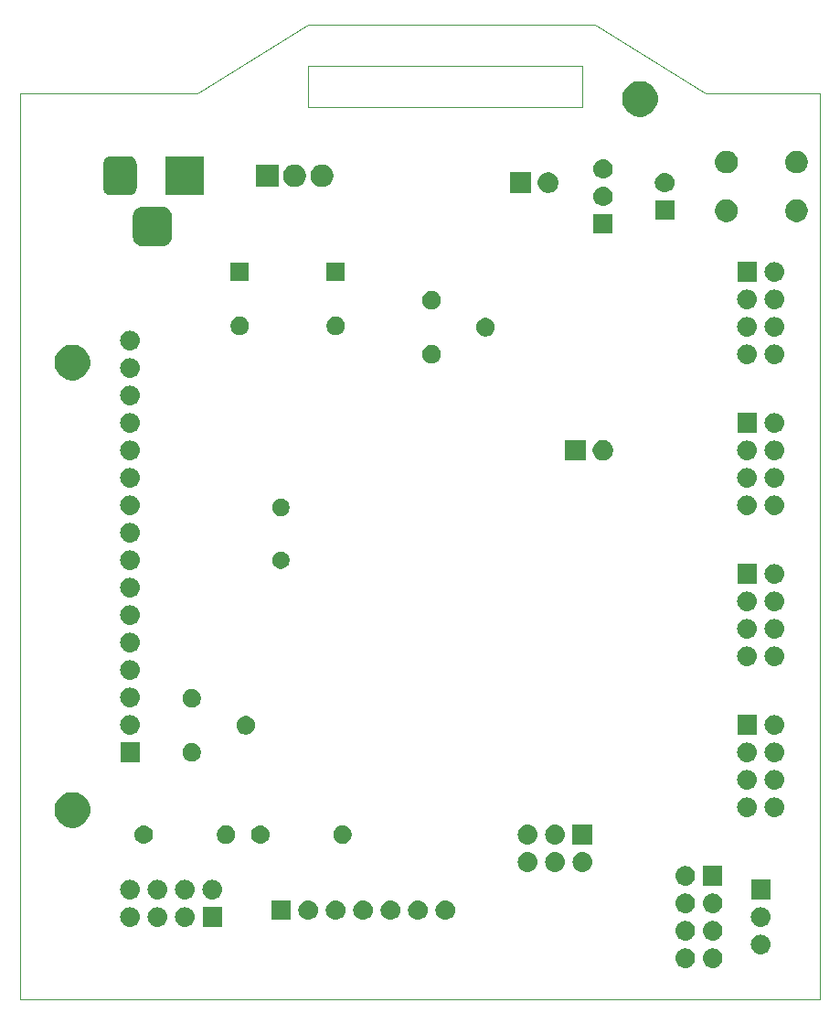
<source format=gbr>
G04 #@! TF.GenerationSoftware,KiCad,Pcbnew,(5.1.2)-2*
G04 #@! TF.CreationDate,2020-01-11T10:49:25+03:00*
G04 #@! TF.ProjectId,DINODE,44494e4f-4445-42e6-9b69-6361645f7063,rev?*
G04 #@! TF.SameCoordinates,Original*
G04 #@! TF.FileFunction,Soldermask,Bot*
G04 #@! TF.FilePolarity,Negative*
%FSLAX46Y46*%
G04 Gerber Fmt 4.6, Leading zero omitted, Abs format (unit mm)*
G04 Created by KiCad (PCBNEW (5.1.2)-2) date 2020-01-11 10:49:25*
%MOMM*%
%LPD*%
G04 APERTURE LIST*
%ADD10C,0.050000*%
%ADD11C,0.100000*%
G04 APERTURE END LIST*
D10*
X159131000Y-129540000D02*
X130810000Y-129540000D01*
X159131000Y-60198000D02*
X159131000Y-129540000D01*
X159131000Y-45720000D02*
X148590000Y-45720000D01*
X159131000Y-60198000D02*
X159131000Y-45720000D01*
X137160000Y-43180000D02*
X111760000Y-43180000D01*
X137160000Y-46990000D02*
X137160000Y-43180000D01*
X111760000Y-46990000D02*
X137160000Y-46990000D01*
X111760000Y-43180000D02*
X111760000Y-46990000D01*
X138303000Y-39370000D02*
X148590000Y-45720000D01*
X136017000Y-39370000D02*
X138303000Y-39370000D01*
X111760000Y-39370000D02*
X136017000Y-39370000D01*
X101473000Y-45720000D02*
X111760000Y-39370000D01*
X86995000Y-45720000D02*
X101473000Y-45720000D01*
X85090000Y-45720000D02*
X86995000Y-45720000D01*
X85090000Y-129540000D02*
X90170000Y-129540000D01*
X85090000Y-45720000D02*
X85090000Y-129540000D01*
X90170000Y-129540000D02*
X130810000Y-129540000D01*
D11*
G36*
X149335443Y-124835519D02*
G01*
X149401627Y-124842037D01*
X149571466Y-124893557D01*
X149727991Y-124977222D01*
X149763729Y-125006552D01*
X149865186Y-125089814D01*
X149948448Y-125191271D01*
X149977778Y-125227009D01*
X150061443Y-125383534D01*
X150112963Y-125553373D01*
X150130359Y-125730000D01*
X150112963Y-125906627D01*
X150061443Y-126076466D01*
X149977778Y-126232991D01*
X149948448Y-126268729D01*
X149865186Y-126370186D01*
X149763729Y-126453448D01*
X149727991Y-126482778D01*
X149571466Y-126566443D01*
X149401627Y-126617963D01*
X149335442Y-126624482D01*
X149269260Y-126631000D01*
X149180740Y-126631000D01*
X149114558Y-126624482D01*
X149048373Y-126617963D01*
X148878534Y-126566443D01*
X148722009Y-126482778D01*
X148686271Y-126453448D01*
X148584814Y-126370186D01*
X148501552Y-126268729D01*
X148472222Y-126232991D01*
X148388557Y-126076466D01*
X148337037Y-125906627D01*
X148319641Y-125730000D01*
X148337037Y-125553373D01*
X148388557Y-125383534D01*
X148472222Y-125227009D01*
X148501552Y-125191271D01*
X148584814Y-125089814D01*
X148686271Y-125006552D01*
X148722009Y-124977222D01*
X148878534Y-124893557D01*
X149048373Y-124842037D01*
X149114557Y-124835519D01*
X149180740Y-124829000D01*
X149269260Y-124829000D01*
X149335443Y-124835519D01*
X149335443Y-124835519D01*
G37*
G36*
X146795443Y-124835519D02*
G01*
X146861627Y-124842037D01*
X147031466Y-124893557D01*
X147187991Y-124977222D01*
X147223729Y-125006552D01*
X147325186Y-125089814D01*
X147408448Y-125191271D01*
X147437778Y-125227009D01*
X147521443Y-125383534D01*
X147572963Y-125553373D01*
X147590359Y-125730000D01*
X147572963Y-125906627D01*
X147521443Y-126076466D01*
X147437778Y-126232991D01*
X147408448Y-126268729D01*
X147325186Y-126370186D01*
X147223729Y-126453448D01*
X147187991Y-126482778D01*
X147031466Y-126566443D01*
X146861627Y-126617963D01*
X146795442Y-126624482D01*
X146729260Y-126631000D01*
X146640740Y-126631000D01*
X146574558Y-126624482D01*
X146508373Y-126617963D01*
X146338534Y-126566443D01*
X146182009Y-126482778D01*
X146146271Y-126453448D01*
X146044814Y-126370186D01*
X145961552Y-126268729D01*
X145932222Y-126232991D01*
X145848557Y-126076466D01*
X145797037Y-125906627D01*
X145779641Y-125730000D01*
X145797037Y-125553373D01*
X145848557Y-125383534D01*
X145932222Y-125227009D01*
X145961552Y-125191271D01*
X146044814Y-125089814D01*
X146146271Y-125006552D01*
X146182009Y-124977222D01*
X146338534Y-124893557D01*
X146508373Y-124842037D01*
X146574557Y-124835519D01*
X146640740Y-124829000D01*
X146729260Y-124829000D01*
X146795443Y-124835519D01*
X146795443Y-124835519D01*
G37*
G36*
X153780442Y-123565518D02*
G01*
X153846627Y-123572037D01*
X154016466Y-123623557D01*
X154172991Y-123707222D01*
X154208729Y-123736552D01*
X154310186Y-123819814D01*
X154393448Y-123921271D01*
X154422778Y-123957009D01*
X154506443Y-124113534D01*
X154557963Y-124283373D01*
X154575359Y-124460000D01*
X154557963Y-124636627D01*
X154506443Y-124806466D01*
X154422778Y-124962991D01*
X154393448Y-124998729D01*
X154310186Y-125100186D01*
X154208729Y-125183448D01*
X154172991Y-125212778D01*
X154016466Y-125296443D01*
X153846627Y-125347963D01*
X153780442Y-125354482D01*
X153714260Y-125361000D01*
X153625740Y-125361000D01*
X153559558Y-125354482D01*
X153493373Y-125347963D01*
X153323534Y-125296443D01*
X153167009Y-125212778D01*
X153131271Y-125183448D01*
X153029814Y-125100186D01*
X152946552Y-124998729D01*
X152917222Y-124962991D01*
X152833557Y-124806466D01*
X152782037Y-124636627D01*
X152764641Y-124460000D01*
X152782037Y-124283373D01*
X152833557Y-124113534D01*
X152917222Y-123957009D01*
X152946552Y-123921271D01*
X153029814Y-123819814D01*
X153131271Y-123736552D01*
X153167009Y-123707222D01*
X153323534Y-123623557D01*
X153493373Y-123572037D01*
X153559558Y-123565518D01*
X153625740Y-123559000D01*
X153714260Y-123559000D01*
X153780442Y-123565518D01*
X153780442Y-123565518D01*
G37*
G36*
X149335443Y-122295519D02*
G01*
X149401627Y-122302037D01*
X149571466Y-122353557D01*
X149727991Y-122437222D01*
X149763729Y-122466552D01*
X149865186Y-122549814D01*
X149948448Y-122651271D01*
X149977778Y-122687009D01*
X150061443Y-122843534D01*
X150112963Y-123013373D01*
X150130359Y-123190000D01*
X150112963Y-123366627D01*
X150061443Y-123536466D01*
X149977778Y-123692991D01*
X149948448Y-123728729D01*
X149865186Y-123830186D01*
X149763729Y-123913448D01*
X149727991Y-123942778D01*
X149571466Y-124026443D01*
X149401627Y-124077963D01*
X149335442Y-124084482D01*
X149269260Y-124091000D01*
X149180740Y-124091000D01*
X149114558Y-124084482D01*
X149048373Y-124077963D01*
X148878534Y-124026443D01*
X148722009Y-123942778D01*
X148686271Y-123913448D01*
X148584814Y-123830186D01*
X148501552Y-123728729D01*
X148472222Y-123692991D01*
X148388557Y-123536466D01*
X148337037Y-123366627D01*
X148319641Y-123190000D01*
X148337037Y-123013373D01*
X148388557Y-122843534D01*
X148472222Y-122687009D01*
X148501552Y-122651271D01*
X148584814Y-122549814D01*
X148686271Y-122466552D01*
X148722009Y-122437222D01*
X148878534Y-122353557D01*
X149048373Y-122302037D01*
X149114557Y-122295519D01*
X149180740Y-122289000D01*
X149269260Y-122289000D01*
X149335443Y-122295519D01*
X149335443Y-122295519D01*
G37*
G36*
X146795443Y-122295519D02*
G01*
X146861627Y-122302037D01*
X147031466Y-122353557D01*
X147187991Y-122437222D01*
X147223729Y-122466552D01*
X147325186Y-122549814D01*
X147408448Y-122651271D01*
X147437778Y-122687009D01*
X147521443Y-122843534D01*
X147572963Y-123013373D01*
X147590359Y-123190000D01*
X147572963Y-123366627D01*
X147521443Y-123536466D01*
X147437778Y-123692991D01*
X147408448Y-123728729D01*
X147325186Y-123830186D01*
X147223729Y-123913448D01*
X147187991Y-123942778D01*
X147031466Y-124026443D01*
X146861627Y-124077963D01*
X146795442Y-124084482D01*
X146729260Y-124091000D01*
X146640740Y-124091000D01*
X146574558Y-124084482D01*
X146508373Y-124077963D01*
X146338534Y-124026443D01*
X146182009Y-123942778D01*
X146146271Y-123913448D01*
X146044814Y-123830186D01*
X145961552Y-123728729D01*
X145932222Y-123692991D01*
X145848557Y-123536466D01*
X145797037Y-123366627D01*
X145779641Y-123190000D01*
X145797037Y-123013373D01*
X145848557Y-122843534D01*
X145932222Y-122687009D01*
X145961552Y-122651271D01*
X146044814Y-122549814D01*
X146146271Y-122466552D01*
X146182009Y-122437222D01*
X146338534Y-122353557D01*
X146508373Y-122302037D01*
X146574557Y-122295519D01*
X146640740Y-122289000D01*
X146729260Y-122289000D01*
X146795443Y-122295519D01*
X146795443Y-122295519D01*
G37*
G36*
X153780442Y-121025518D02*
G01*
X153846627Y-121032037D01*
X154016466Y-121083557D01*
X154172991Y-121167222D01*
X154208729Y-121196552D01*
X154310186Y-121279814D01*
X154393448Y-121381271D01*
X154422778Y-121417009D01*
X154506443Y-121573534D01*
X154557963Y-121743373D01*
X154575359Y-121920000D01*
X154557963Y-122096627D01*
X154506443Y-122266466D01*
X154422778Y-122422991D01*
X154393448Y-122458729D01*
X154310186Y-122560186D01*
X154208729Y-122643448D01*
X154172991Y-122672778D01*
X154016466Y-122756443D01*
X153846627Y-122807963D01*
X153780443Y-122814481D01*
X153714260Y-122821000D01*
X153625740Y-122821000D01*
X153559557Y-122814481D01*
X153493373Y-122807963D01*
X153323534Y-122756443D01*
X153167009Y-122672778D01*
X153131271Y-122643448D01*
X153029814Y-122560186D01*
X152946552Y-122458729D01*
X152917222Y-122422991D01*
X152833557Y-122266466D01*
X152782037Y-122096627D01*
X152764641Y-121920000D01*
X152782037Y-121743373D01*
X152833557Y-121573534D01*
X152917222Y-121417009D01*
X152946552Y-121381271D01*
X153029814Y-121279814D01*
X153131271Y-121196552D01*
X153167009Y-121167222D01*
X153323534Y-121083557D01*
X153493373Y-121032037D01*
X153559558Y-121025518D01*
X153625740Y-121019000D01*
X153714260Y-121019000D01*
X153780442Y-121025518D01*
X153780442Y-121025518D01*
G37*
G36*
X95360442Y-121025518D02*
G01*
X95426627Y-121032037D01*
X95596466Y-121083557D01*
X95752991Y-121167222D01*
X95788729Y-121196552D01*
X95890186Y-121279814D01*
X95973448Y-121381271D01*
X96002778Y-121417009D01*
X96086443Y-121573534D01*
X96137963Y-121743373D01*
X96155359Y-121920000D01*
X96137963Y-122096627D01*
X96086443Y-122266466D01*
X96002778Y-122422991D01*
X95973448Y-122458729D01*
X95890186Y-122560186D01*
X95788729Y-122643448D01*
X95752991Y-122672778D01*
X95596466Y-122756443D01*
X95426627Y-122807963D01*
X95360443Y-122814481D01*
X95294260Y-122821000D01*
X95205740Y-122821000D01*
X95139557Y-122814481D01*
X95073373Y-122807963D01*
X94903534Y-122756443D01*
X94747009Y-122672778D01*
X94711271Y-122643448D01*
X94609814Y-122560186D01*
X94526552Y-122458729D01*
X94497222Y-122422991D01*
X94413557Y-122266466D01*
X94362037Y-122096627D01*
X94344641Y-121920000D01*
X94362037Y-121743373D01*
X94413557Y-121573534D01*
X94497222Y-121417009D01*
X94526552Y-121381271D01*
X94609814Y-121279814D01*
X94711271Y-121196552D01*
X94747009Y-121167222D01*
X94903534Y-121083557D01*
X95073373Y-121032037D01*
X95139558Y-121025518D01*
X95205740Y-121019000D01*
X95294260Y-121019000D01*
X95360442Y-121025518D01*
X95360442Y-121025518D01*
G37*
G36*
X97900442Y-121025518D02*
G01*
X97966627Y-121032037D01*
X98136466Y-121083557D01*
X98292991Y-121167222D01*
X98328729Y-121196552D01*
X98430186Y-121279814D01*
X98513448Y-121381271D01*
X98542778Y-121417009D01*
X98626443Y-121573534D01*
X98677963Y-121743373D01*
X98695359Y-121920000D01*
X98677963Y-122096627D01*
X98626443Y-122266466D01*
X98542778Y-122422991D01*
X98513448Y-122458729D01*
X98430186Y-122560186D01*
X98328729Y-122643448D01*
X98292991Y-122672778D01*
X98136466Y-122756443D01*
X97966627Y-122807963D01*
X97900443Y-122814481D01*
X97834260Y-122821000D01*
X97745740Y-122821000D01*
X97679557Y-122814481D01*
X97613373Y-122807963D01*
X97443534Y-122756443D01*
X97287009Y-122672778D01*
X97251271Y-122643448D01*
X97149814Y-122560186D01*
X97066552Y-122458729D01*
X97037222Y-122422991D01*
X96953557Y-122266466D01*
X96902037Y-122096627D01*
X96884641Y-121920000D01*
X96902037Y-121743373D01*
X96953557Y-121573534D01*
X97037222Y-121417009D01*
X97066552Y-121381271D01*
X97149814Y-121279814D01*
X97251271Y-121196552D01*
X97287009Y-121167222D01*
X97443534Y-121083557D01*
X97613373Y-121032037D01*
X97679558Y-121025518D01*
X97745740Y-121019000D01*
X97834260Y-121019000D01*
X97900442Y-121025518D01*
X97900442Y-121025518D01*
G37*
G36*
X100440442Y-121025518D02*
G01*
X100506627Y-121032037D01*
X100676466Y-121083557D01*
X100832991Y-121167222D01*
X100868729Y-121196552D01*
X100970186Y-121279814D01*
X101053448Y-121381271D01*
X101082778Y-121417009D01*
X101166443Y-121573534D01*
X101217963Y-121743373D01*
X101235359Y-121920000D01*
X101217963Y-122096627D01*
X101166443Y-122266466D01*
X101082778Y-122422991D01*
X101053448Y-122458729D01*
X100970186Y-122560186D01*
X100868729Y-122643448D01*
X100832991Y-122672778D01*
X100676466Y-122756443D01*
X100506627Y-122807963D01*
X100440443Y-122814481D01*
X100374260Y-122821000D01*
X100285740Y-122821000D01*
X100219557Y-122814481D01*
X100153373Y-122807963D01*
X99983534Y-122756443D01*
X99827009Y-122672778D01*
X99791271Y-122643448D01*
X99689814Y-122560186D01*
X99606552Y-122458729D01*
X99577222Y-122422991D01*
X99493557Y-122266466D01*
X99442037Y-122096627D01*
X99424641Y-121920000D01*
X99442037Y-121743373D01*
X99493557Y-121573534D01*
X99577222Y-121417009D01*
X99606552Y-121381271D01*
X99689814Y-121279814D01*
X99791271Y-121196552D01*
X99827009Y-121167222D01*
X99983534Y-121083557D01*
X100153373Y-121032037D01*
X100219558Y-121025518D01*
X100285740Y-121019000D01*
X100374260Y-121019000D01*
X100440442Y-121025518D01*
X100440442Y-121025518D01*
G37*
G36*
X103771000Y-122821000D02*
G01*
X101969000Y-122821000D01*
X101969000Y-121019000D01*
X103771000Y-121019000D01*
X103771000Y-122821000D01*
X103771000Y-122821000D01*
G37*
G36*
X124570443Y-120390519D02*
G01*
X124636627Y-120397037D01*
X124806466Y-120448557D01*
X124962991Y-120532222D01*
X124998729Y-120561552D01*
X125100186Y-120644814D01*
X125183448Y-120746271D01*
X125212778Y-120782009D01*
X125296443Y-120938534D01*
X125347963Y-121108373D01*
X125365359Y-121285000D01*
X125347963Y-121461627D01*
X125296443Y-121631466D01*
X125212778Y-121787991D01*
X125183448Y-121823729D01*
X125100186Y-121925186D01*
X124998729Y-122008448D01*
X124962991Y-122037778D01*
X124806466Y-122121443D01*
X124636627Y-122172963D01*
X124570442Y-122179482D01*
X124504260Y-122186000D01*
X124415740Y-122186000D01*
X124349558Y-122179482D01*
X124283373Y-122172963D01*
X124113534Y-122121443D01*
X123957009Y-122037778D01*
X123921271Y-122008448D01*
X123819814Y-121925186D01*
X123736552Y-121823729D01*
X123707222Y-121787991D01*
X123623557Y-121631466D01*
X123572037Y-121461627D01*
X123554641Y-121285000D01*
X123572037Y-121108373D01*
X123623557Y-120938534D01*
X123707222Y-120782009D01*
X123736552Y-120746271D01*
X123819814Y-120644814D01*
X123921271Y-120561552D01*
X123957009Y-120532222D01*
X124113534Y-120448557D01*
X124283373Y-120397037D01*
X124349557Y-120390519D01*
X124415740Y-120384000D01*
X124504260Y-120384000D01*
X124570443Y-120390519D01*
X124570443Y-120390519D01*
G37*
G36*
X122030443Y-120390519D02*
G01*
X122096627Y-120397037D01*
X122266466Y-120448557D01*
X122422991Y-120532222D01*
X122458729Y-120561552D01*
X122560186Y-120644814D01*
X122643448Y-120746271D01*
X122672778Y-120782009D01*
X122756443Y-120938534D01*
X122807963Y-121108373D01*
X122825359Y-121285000D01*
X122807963Y-121461627D01*
X122756443Y-121631466D01*
X122672778Y-121787991D01*
X122643448Y-121823729D01*
X122560186Y-121925186D01*
X122458729Y-122008448D01*
X122422991Y-122037778D01*
X122266466Y-122121443D01*
X122096627Y-122172963D01*
X122030442Y-122179482D01*
X121964260Y-122186000D01*
X121875740Y-122186000D01*
X121809558Y-122179482D01*
X121743373Y-122172963D01*
X121573534Y-122121443D01*
X121417009Y-122037778D01*
X121381271Y-122008448D01*
X121279814Y-121925186D01*
X121196552Y-121823729D01*
X121167222Y-121787991D01*
X121083557Y-121631466D01*
X121032037Y-121461627D01*
X121014641Y-121285000D01*
X121032037Y-121108373D01*
X121083557Y-120938534D01*
X121167222Y-120782009D01*
X121196552Y-120746271D01*
X121279814Y-120644814D01*
X121381271Y-120561552D01*
X121417009Y-120532222D01*
X121573534Y-120448557D01*
X121743373Y-120397037D01*
X121809557Y-120390519D01*
X121875740Y-120384000D01*
X121964260Y-120384000D01*
X122030443Y-120390519D01*
X122030443Y-120390519D01*
G37*
G36*
X119490443Y-120390519D02*
G01*
X119556627Y-120397037D01*
X119726466Y-120448557D01*
X119882991Y-120532222D01*
X119918729Y-120561552D01*
X120020186Y-120644814D01*
X120103448Y-120746271D01*
X120132778Y-120782009D01*
X120216443Y-120938534D01*
X120267963Y-121108373D01*
X120285359Y-121285000D01*
X120267963Y-121461627D01*
X120216443Y-121631466D01*
X120132778Y-121787991D01*
X120103448Y-121823729D01*
X120020186Y-121925186D01*
X119918729Y-122008448D01*
X119882991Y-122037778D01*
X119726466Y-122121443D01*
X119556627Y-122172963D01*
X119490442Y-122179482D01*
X119424260Y-122186000D01*
X119335740Y-122186000D01*
X119269558Y-122179482D01*
X119203373Y-122172963D01*
X119033534Y-122121443D01*
X118877009Y-122037778D01*
X118841271Y-122008448D01*
X118739814Y-121925186D01*
X118656552Y-121823729D01*
X118627222Y-121787991D01*
X118543557Y-121631466D01*
X118492037Y-121461627D01*
X118474641Y-121285000D01*
X118492037Y-121108373D01*
X118543557Y-120938534D01*
X118627222Y-120782009D01*
X118656552Y-120746271D01*
X118739814Y-120644814D01*
X118841271Y-120561552D01*
X118877009Y-120532222D01*
X119033534Y-120448557D01*
X119203373Y-120397037D01*
X119269557Y-120390519D01*
X119335740Y-120384000D01*
X119424260Y-120384000D01*
X119490443Y-120390519D01*
X119490443Y-120390519D01*
G37*
G36*
X116950443Y-120390519D02*
G01*
X117016627Y-120397037D01*
X117186466Y-120448557D01*
X117342991Y-120532222D01*
X117378729Y-120561552D01*
X117480186Y-120644814D01*
X117563448Y-120746271D01*
X117592778Y-120782009D01*
X117676443Y-120938534D01*
X117727963Y-121108373D01*
X117745359Y-121285000D01*
X117727963Y-121461627D01*
X117676443Y-121631466D01*
X117592778Y-121787991D01*
X117563448Y-121823729D01*
X117480186Y-121925186D01*
X117378729Y-122008448D01*
X117342991Y-122037778D01*
X117186466Y-122121443D01*
X117016627Y-122172963D01*
X116950442Y-122179482D01*
X116884260Y-122186000D01*
X116795740Y-122186000D01*
X116729558Y-122179482D01*
X116663373Y-122172963D01*
X116493534Y-122121443D01*
X116337009Y-122037778D01*
X116301271Y-122008448D01*
X116199814Y-121925186D01*
X116116552Y-121823729D01*
X116087222Y-121787991D01*
X116003557Y-121631466D01*
X115952037Y-121461627D01*
X115934641Y-121285000D01*
X115952037Y-121108373D01*
X116003557Y-120938534D01*
X116087222Y-120782009D01*
X116116552Y-120746271D01*
X116199814Y-120644814D01*
X116301271Y-120561552D01*
X116337009Y-120532222D01*
X116493534Y-120448557D01*
X116663373Y-120397037D01*
X116729557Y-120390519D01*
X116795740Y-120384000D01*
X116884260Y-120384000D01*
X116950443Y-120390519D01*
X116950443Y-120390519D01*
G37*
G36*
X114410443Y-120390519D02*
G01*
X114476627Y-120397037D01*
X114646466Y-120448557D01*
X114802991Y-120532222D01*
X114838729Y-120561552D01*
X114940186Y-120644814D01*
X115023448Y-120746271D01*
X115052778Y-120782009D01*
X115136443Y-120938534D01*
X115187963Y-121108373D01*
X115205359Y-121285000D01*
X115187963Y-121461627D01*
X115136443Y-121631466D01*
X115052778Y-121787991D01*
X115023448Y-121823729D01*
X114940186Y-121925186D01*
X114838729Y-122008448D01*
X114802991Y-122037778D01*
X114646466Y-122121443D01*
X114476627Y-122172963D01*
X114410442Y-122179482D01*
X114344260Y-122186000D01*
X114255740Y-122186000D01*
X114189558Y-122179482D01*
X114123373Y-122172963D01*
X113953534Y-122121443D01*
X113797009Y-122037778D01*
X113761271Y-122008448D01*
X113659814Y-121925186D01*
X113576552Y-121823729D01*
X113547222Y-121787991D01*
X113463557Y-121631466D01*
X113412037Y-121461627D01*
X113394641Y-121285000D01*
X113412037Y-121108373D01*
X113463557Y-120938534D01*
X113547222Y-120782009D01*
X113576552Y-120746271D01*
X113659814Y-120644814D01*
X113761271Y-120561552D01*
X113797009Y-120532222D01*
X113953534Y-120448557D01*
X114123373Y-120397037D01*
X114189557Y-120390519D01*
X114255740Y-120384000D01*
X114344260Y-120384000D01*
X114410443Y-120390519D01*
X114410443Y-120390519D01*
G37*
G36*
X111870443Y-120390519D02*
G01*
X111936627Y-120397037D01*
X112106466Y-120448557D01*
X112262991Y-120532222D01*
X112298729Y-120561552D01*
X112400186Y-120644814D01*
X112483448Y-120746271D01*
X112512778Y-120782009D01*
X112596443Y-120938534D01*
X112647963Y-121108373D01*
X112665359Y-121285000D01*
X112647963Y-121461627D01*
X112596443Y-121631466D01*
X112512778Y-121787991D01*
X112483448Y-121823729D01*
X112400186Y-121925186D01*
X112298729Y-122008448D01*
X112262991Y-122037778D01*
X112106466Y-122121443D01*
X111936627Y-122172963D01*
X111870442Y-122179482D01*
X111804260Y-122186000D01*
X111715740Y-122186000D01*
X111649558Y-122179482D01*
X111583373Y-122172963D01*
X111413534Y-122121443D01*
X111257009Y-122037778D01*
X111221271Y-122008448D01*
X111119814Y-121925186D01*
X111036552Y-121823729D01*
X111007222Y-121787991D01*
X110923557Y-121631466D01*
X110872037Y-121461627D01*
X110854641Y-121285000D01*
X110872037Y-121108373D01*
X110923557Y-120938534D01*
X111007222Y-120782009D01*
X111036552Y-120746271D01*
X111119814Y-120644814D01*
X111221271Y-120561552D01*
X111257009Y-120532222D01*
X111413534Y-120448557D01*
X111583373Y-120397037D01*
X111649557Y-120390519D01*
X111715740Y-120384000D01*
X111804260Y-120384000D01*
X111870443Y-120390519D01*
X111870443Y-120390519D01*
G37*
G36*
X110121000Y-122186000D02*
G01*
X108319000Y-122186000D01*
X108319000Y-120384000D01*
X110121000Y-120384000D01*
X110121000Y-122186000D01*
X110121000Y-122186000D01*
G37*
G36*
X146795442Y-119755518D02*
G01*
X146861627Y-119762037D01*
X147031466Y-119813557D01*
X147187991Y-119897222D01*
X147223729Y-119926552D01*
X147325186Y-120009814D01*
X147408448Y-120111271D01*
X147437778Y-120147009D01*
X147521443Y-120303534D01*
X147572963Y-120473373D01*
X147590359Y-120650000D01*
X147572963Y-120826627D01*
X147521443Y-120996466D01*
X147437778Y-121152991D01*
X147408448Y-121188729D01*
X147325186Y-121290186D01*
X147223729Y-121373448D01*
X147187991Y-121402778D01*
X147031466Y-121486443D01*
X146861627Y-121537963D01*
X146795443Y-121544481D01*
X146729260Y-121551000D01*
X146640740Y-121551000D01*
X146574557Y-121544481D01*
X146508373Y-121537963D01*
X146338534Y-121486443D01*
X146182009Y-121402778D01*
X146146271Y-121373448D01*
X146044814Y-121290186D01*
X145961552Y-121188729D01*
X145932222Y-121152991D01*
X145848557Y-120996466D01*
X145797037Y-120826627D01*
X145779641Y-120650000D01*
X145797037Y-120473373D01*
X145848557Y-120303534D01*
X145932222Y-120147009D01*
X145961552Y-120111271D01*
X146044814Y-120009814D01*
X146146271Y-119926552D01*
X146182009Y-119897222D01*
X146338534Y-119813557D01*
X146508373Y-119762037D01*
X146574558Y-119755518D01*
X146640740Y-119749000D01*
X146729260Y-119749000D01*
X146795442Y-119755518D01*
X146795442Y-119755518D01*
G37*
G36*
X149335442Y-119755518D02*
G01*
X149401627Y-119762037D01*
X149571466Y-119813557D01*
X149727991Y-119897222D01*
X149763729Y-119926552D01*
X149865186Y-120009814D01*
X149948448Y-120111271D01*
X149977778Y-120147009D01*
X150061443Y-120303534D01*
X150112963Y-120473373D01*
X150130359Y-120650000D01*
X150112963Y-120826627D01*
X150061443Y-120996466D01*
X149977778Y-121152991D01*
X149948448Y-121188729D01*
X149865186Y-121290186D01*
X149763729Y-121373448D01*
X149727991Y-121402778D01*
X149571466Y-121486443D01*
X149401627Y-121537963D01*
X149335443Y-121544481D01*
X149269260Y-121551000D01*
X149180740Y-121551000D01*
X149114557Y-121544481D01*
X149048373Y-121537963D01*
X148878534Y-121486443D01*
X148722009Y-121402778D01*
X148686271Y-121373448D01*
X148584814Y-121290186D01*
X148501552Y-121188729D01*
X148472222Y-121152991D01*
X148388557Y-120996466D01*
X148337037Y-120826627D01*
X148319641Y-120650000D01*
X148337037Y-120473373D01*
X148388557Y-120303534D01*
X148472222Y-120147009D01*
X148501552Y-120111271D01*
X148584814Y-120009814D01*
X148686271Y-119926552D01*
X148722009Y-119897222D01*
X148878534Y-119813557D01*
X149048373Y-119762037D01*
X149114558Y-119755518D01*
X149180740Y-119749000D01*
X149269260Y-119749000D01*
X149335442Y-119755518D01*
X149335442Y-119755518D01*
G37*
G36*
X102980442Y-118485518D02*
G01*
X103046627Y-118492037D01*
X103216466Y-118543557D01*
X103372991Y-118627222D01*
X103408729Y-118656552D01*
X103510186Y-118739814D01*
X103593448Y-118841271D01*
X103622778Y-118877009D01*
X103706443Y-119033534D01*
X103757963Y-119203373D01*
X103775359Y-119380000D01*
X103757963Y-119556627D01*
X103706443Y-119726466D01*
X103622778Y-119882991D01*
X103593448Y-119918729D01*
X103510186Y-120020186D01*
X103408729Y-120103448D01*
X103372991Y-120132778D01*
X103216466Y-120216443D01*
X103046627Y-120267963D01*
X102980442Y-120274482D01*
X102914260Y-120281000D01*
X102825740Y-120281000D01*
X102759558Y-120274482D01*
X102693373Y-120267963D01*
X102523534Y-120216443D01*
X102367009Y-120132778D01*
X102331271Y-120103448D01*
X102229814Y-120020186D01*
X102146552Y-119918729D01*
X102117222Y-119882991D01*
X102033557Y-119726466D01*
X101982037Y-119556627D01*
X101964641Y-119380000D01*
X101982037Y-119203373D01*
X102033557Y-119033534D01*
X102117222Y-118877009D01*
X102146552Y-118841271D01*
X102229814Y-118739814D01*
X102331271Y-118656552D01*
X102367009Y-118627222D01*
X102523534Y-118543557D01*
X102693373Y-118492037D01*
X102759558Y-118485518D01*
X102825740Y-118479000D01*
X102914260Y-118479000D01*
X102980442Y-118485518D01*
X102980442Y-118485518D01*
G37*
G36*
X95360442Y-118485518D02*
G01*
X95426627Y-118492037D01*
X95596466Y-118543557D01*
X95752991Y-118627222D01*
X95788729Y-118656552D01*
X95890186Y-118739814D01*
X95973448Y-118841271D01*
X96002778Y-118877009D01*
X96086443Y-119033534D01*
X96137963Y-119203373D01*
X96155359Y-119380000D01*
X96137963Y-119556627D01*
X96086443Y-119726466D01*
X96002778Y-119882991D01*
X95973448Y-119918729D01*
X95890186Y-120020186D01*
X95788729Y-120103448D01*
X95752991Y-120132778D01*
X95596466Y-120216443D01*
X95426627Y-120267963D01*
X95360442Y-120274482D01*
X95294260Y-120281000D01*
X95205740Y-120281000D01*
X95139558Y-120274482D01*
X95073373Y-120267963D01*
X94903534Y-120216443D01*
X94747009Y-120132778D01*
X94711271Y-120103448D01*
X94609814Y-120020186D01*
X94526552Y-119918729D01*
X94497222Y-119882991D01*
X94413557Y-119726466D01*
X94362037Y-119556627D01*
X94344641Y-119380000D01*
X94362037Y-119203373D01*
X94413557Y-119033534D01*
X94497222Y-118877009D01*
X94526552Y-118841271D01*
X94609814Y-118739814D01*
X94711271Y-118656552D01*
X94747009Y-118627222D01*
X94903534Y-118543557D01*
X95073373Y-118492037D01*
X95139558Y-118485518D01*
X95205740Y-118479000D01*
X95294260Y-118479000D01*
X95360442Y-118485518D01*
X95360442Y-118485518D01*
G37*
G36*
X97900442Y-118485518D02*
G01*
X97966627Y-118492037D01*
X98136466Y-118543557D01*
X98292991Y-118627222D01*
X98328729Y-118656552D01*
X98430186Y-118739814D01*
X98513448Y-118841271D01*
X98542778Y-118877009D01*
X98626443Y-119033534D01*
X98677963Y-119203373D01*
X98695359Y-119380000D01*
X98677963Y-119556627D01*
X98626443Y-119726466D01*
X98542778Y-119882991D01*
X98513448Y-119918729D01*
X98430186Y-120020186D01*
X98328729Y-120103448D01*
X98292991Y-120132778D01*
X98136466Y-120216443D01*
X97966627Y-120267963D01*
X97900442Y-120274482D01*
X97834260Y-120281000D01*
X97745740Y-120281000D01*
X97679558Y-120274482D01*
X97613373Y-120267963D01*
X97443534Y-120216443D01*
X97287009Y-120132778D01*
X97251271Y-120103448D01*
X97149814Y-120020186D01*
X97066552Y-119918729D01*
X97037222Y-119882991D01*
X96953557Y-119726466D01*
X96902037Y-119556627D01*
X96884641Y-119380000D01*
X96902037Y-119203373D01*
X96953557Y-119033534D01*
X97037222Y-118877009D01*
X97066552Y-118841271D01*
X97149814Y-118739814D01*
X97251271Y-118656552D01*
X97287009Y-118627222D01*
X97443534Y-118543557D01*
X97613373Y-118492037D01*
X97679558Y-118485518D01*
X97745740Y-118479000D01*
X97834260Y-118479000D01*
X97900442Y-118485518D01*
X97900442Y-118485518D01*
G37*
G36*
X100440442Y-118485518D02*
G01*
X100506627Y-118492037D01*
X100676466Y-118543557D01*
X100832991Y-118627222D01*
X100868729Y-118656552D01*
X100970186Y-118739814D01*
X101053448Y-118841271D01*
X101082778Y-118877009D01*
X101166443Y-119033534D01*
X101217963Y-119203373D01*
X101235359Y-119380000D01*
X101217963Y-119556627D01*
X101166443Y-119726466D01*
X101082778Y-119882991D01*
X101053448Y-119918729D01*
X100970186Y-120020186D01*
X100868729Y-120103448D01*
X100832991Y-120132778D01*
X100676466Y-120216443D01*
X100506627Y-120267963D01*
X100440442Y-120274482D01*
X100374260Y-120281000D01*
X100285740Y-120281000D01*
X100219558Y-120274482D01*
X100153373Y-120267963D01*
X99983534Y-120216443D01*
X99827009Y-120132778D01*
X99791271Y-120103448D01*
X99689814Y-120020186D01*
X99606552Y-119918729D01*
X99577222Y-119882991D01*
X99493557Y-119726466D01*
X99442037Y-119556627D01*
X99424641Y-119380000D01*
X99442037Y-119203373D01*
X99493557Y-119033534D01*
X99577222Y-118877009D01*
X99606552Y-118841271D01*
X99689814Y-118739814D01*
X99791271Y-118656552D01*
X99827009Y-118627222D01*
X99983534Y-118543557D01*
X100153373Y-118492037D01*
X100219558Y-118485518D01*
X100285740Y-118479000D01*
X100374260Y-118479000D01*
X100440442Y-118485518D01*
X100440442Y-118485518D01*
G37*
G36*
X154571000Y-120281000D02*
G01*
X152769000Y-120281000D01*
X152769000Y-118479000D01*
X154571000Y-118479000D01*
X154571000Y-120281000D01*
X154571000Y-120281000D01*
G37*
G36*
X150126000Y-119011000D02*
G01*
X148324000Y-119011000D01*
X148324000Y-117209000D01*
X150126000Y-117209000D01*
X150126000Y-119011000D01*
X150126000Y-119011000D01*
G37*
G36*
X146795443Y-117215519D02*
G01*
X146861627Y-117222037D01*
X147031466Y-117273557D01*
X147187991Y-117357222D01*
X147223729Y-117386552D01*
X147325186Y-117469814D01*
X147408448Y-117571271D01*
X147437778Y-117607009D01*
X147521443Y-117763534D01*
X147572963Y-117933373D01*
X147590359Y-118110000D01*
X147572963Y-118286627D01*
X147521443Y-118456466D01*
X147437778Y-118612991D01*
X147408448Y-118648729D01*
X147325186Y-118750186D01*
X147223729Y-118833448D01*
X147187991Y-118862778D01*
X147031466Y-118946443D01*
X146861627Y-118997963D01*
X146795443Y-119004481D01*
X146729260Y-119011000D01*
X146640740Y-119011000D01*
X146574557Y-119004481D01*
X146508373Y-118997963D01*
X146338534Y-118946443D01*
X146182009Y-118862778D01*
X146146271Y-118833448D01*
X146044814Y-118750186D01*
X145961552Y-118648729D01*
X145932222Y-118612991D01*
X145848557Y-118456466D01*
X145797037Y-118286627D01*
X145779641Y-118110000D01*
X145797037Y-117933373D01*
X145848557Y-117763534D01*
X145932222Y-117607009D01*
X145961552Y-117571271D01*
X146044814Y-117469814D01*
X146146271Y-117386552D01*
X146182009Y-117357222D01*
X146338534Y-117273557D01*
X146508373Y-117222037D01*
X146574557Y-117215519D01*
X146640740Y-117209000D01*
X146729260Y-117209000D01*
X146795443Y-117215519D01*
X146795443Y-117215519D01*
G37*
G36*
X134799294Y-115938633D02*
G01*
X134971695Y-115990931D01*
X135130583Y-116075858D01*
X135269849Y-116190151D01*
X135384142Y-116329417D01*
X135469069Y-116488305D01*
X135521367Y-116660706D01*
X135539025Y-116840000D01*
X135521367Y-117019294D01*
X135469069Y-117191695D01*
X135384142Y-117350583D01*
X135269849Y-117489849D01*
X135130583Y-117604142D01*
X134971695Y-117689069D01*
X134799294Y-117741367D01*
X134664931Y-117754600D01*
X134575069Y-117754600D01*
X134440706Y-117741367D01*
X134268305Y-117689069D01*
X134109417Y-117604142D01*
X133970151Y-117489849D01*
X133855858Y-117350583D01*
X133770931Y-117191695D01*
X133718633Y-117019294D01*
X133700975Y-116840000D01*
X133718633Y-116660706D01*
X133770931Y-116488305D01*
X133855858Y-116329417D01*
X133970151Y-116190151D01*
X134109417Y-116075858D01*
X134268305Y-115990931D01*
X134440706Y-115938633D01*
X134575069Y-115925400D01*
X134664931Y-115925400D01*
X134799294Y-115938633D01*
X134799294Y-115938633D01*
G37*
G36*
X132259294Y-115938633D02*
G01*
X132431695Y-115990931D01*
X132590583Y-116075858D01*
X132729849Y-116190151D01*
X132844142Y-116329417D01*
X132929069Y-116488305D01*
X132981367Y-116660706D01*
X132999025Y-116840000D01*
X132981367Y-117019294D01*
X132929069Y-117191695D01*
X132844142Y-117350583D01*
X132729849Y-117489849D01*
X132590583Y-117604142D01*
X132431695Y-117689069D01*
X132259294Y-117741367D01*
X132124931Y-117754600D01*
X132035069Y-117754600D01*
X131900706Y-117741367D01*
X131728305Y-117689069D01*
X131569417Y-117604142D01*
X131430151Y-117489849D01*
X131315858Y-117350583D01*
X131230931Y-117191695D01*
X131178633Y-117019294D01*
X131160975Y-116840000D01*
X131178633Y-116660706D01*
X131230931Y-116488305D01*
X131315858Y-116329417D01*
X131430151Y-116190151D01*
X131569417Y-116075858D01*
X131728305Y-115990931D01*
X131900706Y-115938633D01*
X132035069Y-115925400D01*
X132124931Y-115925400D01*
X132259294Y-115938633D01*
X132259294Y-115938633D01*
G37*
G36*
X137339294Y-115938633D02*
G01*
X137511695Y-115990931D01*
X137670583Y-116075858D01*
X137809849Y-116190151D01*
X137924142Y-116329417D01*
X138009069Y-116488305D01*
X138061367Y-116660706D01*
X138079025Y-116840000D01*
X138061367Y-117019294D01*
X138009069Y-117191695D01*
X137924142Y-117350583D01*
X137809849Y-117489849D01*
X137670583Y-117604142D01*
X137511695Y-117689069D01*
X137339294Y-117741367D01*
X137204931Y-117754600D01*
X137115069Y-117754600D01*
X136980706Y-117741367D01*
X136808305Y-117689069D01*
X136649417Y-117604142D01*
X136510151Y-117489849D01*
X136395858Y-117350583D01*
X136310931Y-117191695D01*
X136258633Y-117019294D01*
X136240975Y-116840000D01*
X136258633Y-116660706D01*
X136310931Y-116488305D01*
X136395858Y-116329417D01*
X136510151Y-116190151D01*
X136649417Y-116075858D01*
X136808305Y-115990931D01*
X136980706Y-115938633D01*
X137115069Y-115925400D01*
X137204931Y-115925400D01*
X137339294Y-115938633D01*
X137339294Y-115938633D01*
G37*
G36*
X132259294Y-113398633D02*
G01*
X132431695Y-113450931D01*
X132590583Y-113535858D01*
X132729849Y-113650151D01*
X132844142Y-113789417D01*
X132929069Y-113948305D01*
X132981367Y-114120706D01*
X132999025Y-114300000D01*
X132981367Y-114479294D01*
X132929069Y-114651695D01*
X132844142Y-114810583D01*
X132729849Y-114949849D01*
X132590583Y-115064142D01*
X132431695Y-115149069D01*
X132259294Y-115201367D01*
X132124931Y-115214600D01*
X132035069Y-115214600D01*
X131900706Y-115201367D01*
X131728305Y-115149069D01*
X131569417Y-115064142D01*
X131430151Y-114949849D01*
X131315858Y-114810583D01*
X131230931Y-114651695D01*
X131178633Y-114479294D01*
X131160975Y-114300000D01*
X131178633Y-114120706D01*
X131230931Y-113948305D01*
X131315858Y-113789417D01*
X131430151Y-113650151D01*
X131569417Y-113535858D01*
X131728305Y-113450931D01*
X131900706Y-113398633D01*
X132035069Y-113385400D01*
X132124931Y-113385400D01*
X132259294Y-113398633D01*
X132259294Y-113398633D01*
G37*
G36*
X134799294Y-113398633D02*
G01*
X134971695Y-113450931D01*
X135130583Y-113535858D01*
X135269849Y-113650151D01*
X135384142Y-113789417D01*
X135469069Y-113948305D01*
X135521367Y-114120706D01*
X135539025Y-114300000D01*
X135521367Y-114479294D01*
X135469069Y-114651695D01*
X135384142Y-114810583D01*
X135269849Y-114949849D01*
X135130583Y-115064142D01*
X134971695Y-115149069D01*
X134799294Y-115201367D01*
X134664931Y-115214600D01*
X134575069Y-115214600D01*
X134440706Y-115201367D01*
X134268305Y-115149069D01*
X134109417Y-115064142D01*
X133970151Y-114949849D01*
X133855858Y-114810583D01*
X133770931Y-114651695D01*
X133718633Y-114479294D01*
X133700975Y-114300000D01*
X133718633Y-114120706D01*
X133770931Y-113948305D01*
X133855858Y-113789417D01*
X133970151Y-113650151D01*
X134109417Y-113535858D01*
X134268305Y-113450931D01*
X134440706Y-113398633D01*
X134575069Y-113385400D01*
X134664931Y-113385400D01*
X134799294Y-113398633D01*
X134799294Y-113398633D01*
G37*
G36*
X138074600Y-115214600D02*
G01*
X136245400Y-115214600D01*
X136245400Y-113385400D01*
X138074600Y-113385400D01*
X138074600Y-115214600D01*
X138074600Y-115214600D01*
G37*
G36*
X104388228Y-113481703D02*
G01*
X104543100Y-113545853D01*
X104682481Y-113638985D01*
X104801015Y-113757519D01*
X104894147Y-113896900D01*
X104958297Y-114051772D01*
X104991000Y-114216184D01*
X104991000Y-114383816D01*
X104958297Y-114548228D01*
X104894147Y-114703100D01*
X104801015Y-114842481D01*
X104682481Y-114961015D01*
X104543100Y-115054147D01*
X104388228Y-115118297D01*
X104223816Y-115151000D01*
X104056184Y-115151000D01*
X103891772Y-115118297D01*
X103736900Y-115054147D01*
X103597519Y-114961015D01*
X103478985Y-114842481D01*
X103385853Y-114703100D01*
X103321703Y-114548228D01*
X103289000Y-114383816D01*
X103289000Y-114216184D01*
X103321703Y-114051772D01*
X103385853Y-113896900D01*
X103478985Y-113757519D01*
X103597519Y-113638985D01*
X103736900Y-113545853D01*
X103891772Y-113481703D01*
X104056184Y-113449000D01*
X104223816Y-113449000D01*
X104388228Y-113481703D01*
X104388228Y-113481703D01*
G37*
G36*
X115183228Y-113481703D02*
G01*
X115338100Y-113545853D01*
X115477481Y-113638985D01*
X115596015Y-113757519D01*
X115689147Y-113896900D01*
X115753297Y-114051772D01*
X115786000Y-114216184D01*
X115786000Y-114383816D01*
X115753297Y-114548228D01*
X115689147Y-114703100D01*
X115596015Y-114842481D01*
X115477481Y-114961015D01*
X115338100Y-115054147D01*
X115183228Y-115118297D01*
X115018816Y-115151000D01*
X114851184Y-115151000D01*
X114686772Y-115118297D01*
X114531900Y-115054147D01*
X114392519Y-114961015D01*
X114273985Y-114842481D01*
X114180853Y-114703100D01*
X114116703Y-114548228D01*
X114084000Y-114383816D01*
X114084000Y-114216184D01*
X114116703Y-114051772D01*
X114180853Y-113896900D01*
X114273985Y-113757519D01*
X114392519Y-113638985D01*
X114531900Y-113545853D01*
X114686772Y-113481703D01*
X114851184Y-113449000D01*
X115018816Y-113449000D01*
X115183228Y-113481703D01*
X115183228Y-113481703D01*
G37*
G36*
X107481823Y-113461313D02*
G01*
X107642242Y-113509976D01*
X107709361Y-113545852D01*
X107790078Y-113588996D01*
X107919659Y-113695341D01*
X108026004Y-113824922D01*
X108026005Y-113824924D01*
X108105024Y-113972758D01*
X108153687Y-114133177D01*
X108170117Y-114300000D01*
X108153687Y-114466823D01*
X108105024Y-114627242D01*
X108064477Y-114703100D01*
X108026004Y-114775078D01*
X107919659Y-114904659D01*
X107790078Y-115011004D01*
X107790076Y-115011005D01*
X107642242Y-115090024D01*
X107481823Y-115138687D01*
X107356804Y-115151000D01*
X107273196Y-115151000D01*
X107148177Y-115138687D01*
X106987758Y-115090024D01*
X106839924Y-115011005D01*
X106839922Y-115011004D01*
X106710341Y-114904659D01*
X106603996Y-114775078D01*
X106565523Y-114703100D01*
X106524976Y-114627242D01*
X106476313Y-114466823D01*
X106459883Y-114300000D01*
X106476313Y-114133177D01*
X106524976Y-113972758D01*
X106603995Y-113824924D01*
X106603996Y-113824922D01*
X106710341Y-113695341D01*
X106839922Y-113588996D01*
X106920639Y-113545852D01*
X106987758Y-113509976D01*
X107148177Y-113461313D01*
X107273196Y-113449000D01*
X107356804Y-113449000D01*
X107481823Y-113461313D01*
X107481823Y-113461313D01*
G37*
G36*
X96686823Y-113461313D02*
G01*
X96847242Y-113509976D01*
X96914361Y-113545852D01*
X96995078Y-113588996D01*
X97124659Y-113695341D01*
X97231004Y-113824922D01*
X97231005Y-113824924D01*
X97310024Y-113972758D01*
X97358687Y-114133177D01*
X97375117Y-114300000D01*
X97358687Y-114466823D01*
X97310024Y-114627242D01*
X97269477Y-114703100D01*
X97231004Y-114775078D01*
X97124659Y-114904659D01*
X96995078Y-115011004D01*
X96995076Y-115011005D01*
X96847242Y-115090024D01*
X96686823Y-115138687D01*
X96561804Y-115151000D01*
X96478196Y-115151000D01*
X96353177Y-115138687D01*
X96192758Y-115090024D01*
X96044924Y-115011005D01*
X96044922Y-115011004D01*
X95915341Y-114904659D01*
X95808996Y-114775078D01*
X95770523Y-114703100D01*
X95729976Y-114627242D01*
X95681313Y-114466823D01*
X95664883Y-114300000D01*
X95681313Y-114133177D01*
X95729976Y-113972758D01*
X95808995Y-113824924D01*
X95808996Y-113824922D01*
X95915341Y-113695341D01*
X96044922Y-113588996D01*
X96125639Y-113545852D01*
X96192758Y-113509976D01*
X96353177Y-113461313D01*
X96478196Y-113449000D01*
X96561804Y-113449000D01*
X96686823Y-113461313D01*
X96686823Y-113461313D01*
G37*
G36*
X90291256Y-110405298D02*
G01*
X90397579Y-110426447D01*
X90698042Y-110550903D01*
X90968451Y-110731585D01*
X91198415Y-110961549D01*
X91304165Y-111119815D01*
X91379098Y-111231960D01*
X91389474Y-111257011D01*
X91503553Y-111532421D01*
X91567000Y-111851391D01*
X91567000Y-112176609D01*
X91503553Y-112495579D01*
X91379097Y-112796042D01*
X91198415Y-113066451D01*
X90968451Y-113296415D01*
X90698042Y-113477097D01*
X90698041Y-113477098D01*
X90698040Y-113477098D01*
X90618668Y-113509975D01*
X90397579Y-113601553D01*
X90291256Y-113622702D01*
X90078611Y-113665000D01*
X89753389Y-113665000D01*
X89540744Y-113622702D01*
X89434421Y-113601553D01*
X89213332Y-113509975D01*
X89133960Y-113477098D01*
X89133959Y-113477098D01*
X89133958Y-113477097D01*
X88863549Y-113296415D01*
X88633585Y-113066451D01*
X88452903Y-112796042D01*
X88328447Y-112495579D01*
X88265000Y-112176609D01*
X88265000Y-111851391D01*
X88328447Y-111532421D01*
X88442526Y-111257011D01*
X88452902Y-111231960D01*
X88527835Y-111119815D01*
X88633585Y-110961549D01*
X88863549Y-110731585D01*
X89133958Y-110550903D01*
X89434421Y-110426447D01*
X89540744Y-110405298D01*
X89753389Y-110363000D01*
X90078611Y-110363000D01*
X90291256Y-110405298D01*
X90291256Y-110405298D01*
G37*
G36*
X155050442Y-110865518D02*
G01*
X155116627Y-110872037D01*
X155286466Y-110923557D01*
X155442991Y-111007222D01*
X155478729Y-111036552D01*
X155580186Y-111119814D01*
X155663448Y-111221271D01*
X155692778Y-111257009D01*
X155776443Y-111413534D01*
X155827963Y-111583373D01*
X155845359Y-111760000D01*
X155827963Y-111936627D01*
X155776443Y-112106466D01*
X155776442Y-112106468D01*
X155738949Y-112176611D01*
X155692778Y-112262991D01*
X155663448Y-112298729D01*
X155580186Y-112400186D01*
X155478729Y-112483448D01*
X155442991Y-112512778D01*
X155286466Y-112596443D01*
X155116627Y-112647963D01*
X155050442Y-112654482D01*
X154984260Y-112661000D01*
X154895740Y-112661000D01*
X154829558Y-112654482D01*
X154763373Y-112647963D01*
X154593534Y-112596443D01*
X154437009Y-112512778D01*
X154401271Y-112483448D01*
X154299814Y-112400186D01*
X154216552Y-112298729D01*
X154187222Y-112262991D01*
X154141051Y-112176611D01*
X154103558Y-112106468D01*
X154103557Y-112106466D01*
X154052037Y-111936627D01*
X154034641Y-111760000D01*
X154052037Y-111583373D01*
X154103557Y-111413534D01*
X154187222Y-111257009D01*
X154216552Y-111221271D01*
X154299814Y-111119814D01*
X154401271Y-111036552D01*
X154437009Y-111007222D01*
X154593534Y-110923557D01*
X154763373Y-110872037D01*
X154829558Y-110865518D01*
X154895740Y-110859000D01*
X154984260Y-110859000D01*
X155050442Y-110865518D01*
X155050442Y-110865518D01*
G37*
G36*
X152510442Y-110865518D02*
G01*
X152576627Y-110872037D01*
X152746466Y-110923557D01*
X152902991Y-111007222D01*
X152938729Y-111036552D01*
X153040186Y-111119814D01*
X153123448Y-111221271D01*
X153152778Y-111257009D01*
X153236443Y-111413534D01*
X153287963Y-111583373D01*
X153305359Y-111760000D01*
X153287963Y-111936627D01*
X153236443Y-112106466D01*
X153236442Y-112106468D01*
X153198949Y-112176611D01*
X153152778Y-112262991D01*
X153123448Y-112298729D01*
X153040186Y-112400186D01*
X152938729Y-112483448D01*
X152902991Y-112512778D01*
X152746466Y-112596443D01*
X152576627Y-112647963D01*
X152510442Y-112654482D01*
X152444260Y-112661000D01*
X152355740Y-112661000D01*
X152289558Y-112654482D01*
X152223373Y-112647963D01*
X152053534Y-112596443D01*
X151897009Y-112512778D01*
X151861271Y-112483448D01*
X151759814Y-112400186D01*
X151676552Y-112298729D01*
X151647222Y-112262991D01*
X151601051Y-112176611D01*
X151563558Y-112106468D01*
X151563557Y-112106466D01*
X151512037Y-111936627D01*
X151494641Y-111760000D01*
X151512037Y-111583373D01*
X151563557Y-111413534D01*
X151647222Y-111257009D01*
X151676552Y-111221271D01*
X151759814Y-111119814D01*
X151861271Y-111036552D01*
X151897009Y-111007222D01*
X152053534Y-110923557D01*
X152223373Y-110872037D01*
X152289558Y-110865518D01*
X152355740Y-110859000D01*
X152444260Y-110859000D01*
X152510442Y-110865518D01*
X152510442Y-110865518D01*
G37*
G36*
X155050443Y-108325519D02*
G01*
X155116627Y-108332037D01*
X155286466Y-108383557D01*
X155442991Y-108467222D01*
X155478729Y-108496552D01*
X155580186Y-108579814D01*
X155663448Y-108681271D01*
X155692778Y-108717009D01*
X155776443Y-108873534D01*
X155827963Y-109043373D01*
X155845359Y-109220000D01*
X155827963Y-109396627D01*
X155776443Y-109566466D01*
X155692778Y-109722991D01*
X155663448Y-109758729D01*
X155580186Y-109860186D01*
X155478729Y-109943448D01*
X155442991Y-109972778D01*
X155286466Y-110056443D01*
X155116627Y-110107963D01*
X155050443Y-110114481D01*
X154984260Y-110121000D01*
X154895740Y-110121000D01*
X154829557Y-110114481D01*
X154763373Y-110107963D01*
X154593534Y-110056443D01*
X154437009Y-109972778D01*
X154401271Y-109943448D01*
X154299814Y-109860186D01*
X154216552Y-109758729D01*
X154187222Y-109722991D01*
X154103557Y-109566466D01*
X154052037Y-109396627D01*
X154034641Y-109220000D01*
X154052037Y-109043373D01*
X154103557Y-108873534D01*
X154187222Y-108717009D01*
X154216552Y-108681271D01*
X154299814Y-108579814D01*
X154401271Y-108496552D01*
X154437009Y-108467222D01*
X154593534Y-108383557D01*
X154763373Y-108332037D01*
X154829557Y-108325519D01*
X154895740Y-108319000D01*
X154984260Y-108319000D01*
X155050443Y-108325519D01*
X155050443Y-108325519D01*
G37*
G36*
X152510443Y-108325519D02*
G01*
X152576627Y-108332037D01*
X152746466Y-108383557D01*
X152902991Y-108467222D01*
X152938729Y-108496552D01*
X153040186Y-108579814D01*
X153123448Y-108681271D01*
X153152778Y-108717009D01*
X153236443Y-108873534D01*
X153287963Y-109043373D01*
X153305359Y-109220000D01*
X153287963Y-109396627D01*
X153236443Y-109566466D01*
X153152778Y-109722991D01*
X153123448Y-109758729D01*
X153040186Y-109860186D01*
X152938729Y-109943448D01*
X152902991Y-109972778D01*
X152746466Y-110056443D01*
X152576627Y-110107963D01*
X152510443Y-110114481D01*
X152444260Y-110121000D01*
X152355740Y-110121000D01*
X152289557Y-110114481D01*
X152223373Y-110107963D01*
X152053534Y-110056443D01*
X151897009Y-109972778D01*
X151861271Y-109943448D01*
X151759814Y-109860186D01*
X151676552Y-109758729D01*
X151647222Y-109722991D01*
X151563557Y-109566466D01*
X151512037Y-109396627D01*
X151494641Y-109220000D01*
X151512037Y-109043373D01*
X151563557Y-108873534D01*
X151647222Y-108717009D01*
X151676552Y-108681271D01*
X151759814Y-108579814D01*
X151861271Y-108496552D01*
X151897009Y-108467222D01*
X152053534Y-108383557D01*
X152223373Y-108332037D01*
X152289557Y-108325519D01*
X152355740Y-108319000D01*
X152444260Y-108319000D01*
X152510443Y-108325519D01*
X152510443Y-108325519D01*
G37*
G36*
X96151000Y-107581000D02*
G01*
X94349000Y-107581000D01*
X94349000Y-105779000D01*
X96151000Y-105779000D01*
X96151000Y-107581000D01*
X96151000Y-107581000D01*
G37*
G36*
X155050443Y-105785519D02*
G01*
X155116627Y-105792037D01*
X155286466Y-105843557D01*
X155442991Y-105927222D01*
X155478729Y-105956552D01*
X155580186Y-106039814D01*
X155655137Y-106131144D01*
X155692778Y-106177009D01*
X155776443Y-106333534D01*
X155827963Y-106503373D01*
X155845359Y-106680000D01*
X155827963Y-106856627D01*
X155776443Y-107026466D01*
X155692778Y-107182991D01*
X155663448Y-107218729D01*
X155580186Y-107320186D01*
X155478729Y-107403448D01*
X155442991Y-107432778D01*
X155286466Y-107516443D01*
X155116627Y-107567963D01*
X155050443Y-107574481D01*
X154984260Y-107581000D01*
X154895740Y-107581000D01*
X154829557Y-107574481D01*
X154763373Y-107567963D01*
X154593534Y-107516443D01*
X154437009Y-107432778D01*
X154401271Y-107403448D01*
X154299814Y-107320186D01*
X154216552Y-107218729D01*
X154187222Y-107182991D01*
X154103557Y-107026466D01*
X154052037Y-106856627D01*
X154034641Y-106680000D01*
X154052037Y-106503373D01*
X154103557Y-106333534D01*
X154187222Y-106177009D01*
X154224863Y-106131144D01*
X154299814Y-106039814D01*
X154401271Y-105956552D01*
X154437009Y-105927222D01*
X154593534Y-105843557D01*
X154763373Y-105792037D01*
X154829557Y-105785519D01*
X154895740Y-105779000D01*
X154984260Y-105779000D01*
X155050443Y-105785519D01*
X155050443Y-105785519D01*
G37*
G36*
X152510443Y-105785519D02*
G01*
X152576627Y-105792037D01*
X152746466Y-105843557D01*
X152902991Y-105927222D01*
X152938729Y-105956552D01*
X153040186Y-106039814D01*
X153115137Y-106131144D01*
X153152778Y-106177009D01*
X153236443Y-106333534D01*
X153287963Y-106503373D01*
X153305359Y-106680000D01*
X153287963Y-106856627D01*
X153236443Y-107026466D01*
X153152778Y-107182991D01*
X153123448Y-107218729D01*
X153040186Y-107320186D01*
X152938729Y-107403448D01*
X152902991Y-107432778D01*
X152746466Y-107516443D01*
X152576627Y-107567963D01*
X152510443Y-107574481D01*
X152444260Y-107581000D01*
X152355740Y-107581000D01*
X152289557Y-107574481D01*
X152223373Y-107567963D01*
X152053534Y-107516443D01*
X151897009Y-107432778D01*
X151861271Y-107403448D01*
X151759814Y-107320186D01*
X151676552Y-107218729D01*
X151647222Y-107182991D01*
X151563557Y-107026466D01*
X151512037Y-106856627D01*
X151494641Y-106680000D01*
X151512037Y-106503373D01*
X151563557Y-106333534D01*
X151647222Y-106177009D01*
X151684863Y-106131144D01*
X151759814Y-106039814D01*
X151861271Y-105956552D01*
X151897009Y-105927222D01*
X152053534Y-105843557D01*
X152223373Y-105792037D01*
X152289557Y-105785519D01*
X152355740Y-105779000D01*
X152444260Y-105779000D01*
X152510443Y-105785519D01*
X152510443Y-105785519D01*
G37*
G36*
X101216143Y-105852087D02*
G01*
X101372838Y-105916992D01*
X101513853Y-106011215D01*
X101633785Y-106131147D01*
X101728008Y-106272162D01*
X101792913Y-106428857D01*
X101826000Y-106595198D01*
X101826000Y-106764802D01*
X101792913Y-106931143D01*
X101728008Y-107087838D01*
X101633785Y-107228853D01*
X101513853Y-107348785D01*
X101372838Y-107443008D01*
X101216143Y-107507913D01*
X101049802Y-107541000D01*
X100880198Y-107541000D01*
X100713857Y-107507913D01*
X100557162Y-107443008D01*
X100416147Y-107348785D01*
X100296215Y-107228853D01*
X100201992Y-107087838D01*
X100137087Y-106931143D01*
X100104000Y-106764802D01*
X100104000Y-106595198D01*
X100137087Y-106428857D01*
X100201992Y-106272162D01*
X100296215Y-106131147D01*
X100416147Y-106011215D01*
X100557162Y-105916992D01*
X100713857Y-105852087D01*
X100880198Y-105819000D01*
X101049802Y-105819000D01*
X101216143Y-105852087D01*
X101216143Y-105852087D01*
G37*
G36*
X106216143Y-103352087D02*
G01*
X106372838Y-103416992D01*
X106513853Y-103511215D01*
X106633785Y-103631147D01*
X106728008Y-103772162D01*
X106792913Y-103928857D01*
X106826000Y-104095198D01*
X106826000Y-104264802D01*
X106792913Y-104431143D01*
X106728008Y-104587838D01*
X106633785Y-104728853D01*
X106513853Y-104848785D01*
X106372838Y-104943008D01*
X106216143Y-105007913D01*
X106049802Y-105041000D01*
X105880198Y-105041000D01*
X105713857Y-105007913D01*
X105557162Y-104943008D01*
X105416147Y-104848785D01*
X105296215Y-104728853D01*
X105201992Y-104587838D01*
X105137087Y-104431143D01*
X105104000Y-104264802D01*
X105104000Y-104095198D01*
X105137087Y-103928857D01*
X105201992Y-103772162D01*
X105296215Y-103631147D01*
X105416147Y-103511215D01*
X105557162Y-103416992D01*
X105713857Y-103352087D01*
X105880198Y-103319000D01*
X106049802Y-103319000D01*
X106216143Y-103352087D01*
X106216143Y-103352087D01*
G37*
G36*
X153301000Y-105041000D02*
G01*
X151499000Y-105041000D01*
X151499000Y-103239000D01*
X153301000Y-103239000D01*
X153301000Y-105041000D01*
X153301000Y-105041000D01*
G37*
G36*
X155050443Y-103245519D02*
G01*
X155116627Y-103252037D01*
X155286466Y-103303557D01*
X155442991Y-103387222D01*
X155478729Y-103416552D01*
X155580186Y-103499814D01*
X155663448Y-103601271D01*
X155692778Y-103637009D01*
X155776443Y-103793534D01*
X155827963Y-103963373D01*
X155845359Y-104140000D01*
X155827963Y-104316627D01*
X155776443Y-104486466D01*
X155692778Y-104642991D01*
X155663448Y-104678729D01*
X155580186Y-104780186D01*
X155478729Y-104863448D01*
X155442991Y-104892778D01*
X155286466Y-104976443D01*
X155116627Y-105027963D01*
X155050442Y-105034482D01*
X154984260Y-105041000D01*
X154895740Y-105041000D01*
X154829557Y-105034481D01*
X154763373Y-105027963D01*
X154593534Y-104976443D01*
X154437009Y-104892778D01*
X154401271Y-104863448D01*
X154299814Y-104780186D01*
X154216552Y-104678729D01*
X154187222Y-104642991D01*
X154103557Y-104486466D01*
X154052037Y-104316627D01*
X154034641Y-104140000D01*
X154052037Y-103963373D01*
X154103557Y-103793534D01*
X154187222Y-103637009D01*
X154216552Y-103601271D01*
X154299814Y-103499814D01*
X154401271Y-103416552D01*
X154437009Y-103387222D01*
X154593534Y-103303557D01*
X154763373Y-103252037D01*
X154829558Y-103245518D01*
X154895740Y-103239000D01*
X154984260Y-103239000D01*
X155050443Y-103245519D01*
X155050443Y-103245519D01*
G37*
G36*
X95360443Y-103245519D02*
G01*
X95426627Y-103252037D01*
X95596466Y-103303557D01*
X95752991Y-103387222D01*
X95788729Y-103416552D01*
X95890186Y-103499814D01*
X95973448Y-103601271D01*
X96002778Y-103637009D01*
X96086443Y-103793534D01*
X96137963Y-103963373D01*
X96155359Y-104140000D01*
X96137963Y-104316627D01*
X96086443Y-104486466D01*
X96002778Y-104642991D01*
X95973448Y-104678729D01*
X95890186Y-104780186D01*
X95788729Y-104863448D01*
X95752991Y-104892778D01*
X95596466Y-104976443D01*
X95426627Y-105027963D01*
X95360442Y-105034482D01*
X95294260Y-105041000D01*
X95205740Y-105041000D01*
X95139557Y-105034481D01*
X95073373Y-105027963D01*
X94903534Y-104976443D01*
X94747009Y-104892778D01*
X94711271Y-104863448D01*
X94609814Y-104780186D01*
X94526552Y-104678729D01*
X94497222Y-104642991D01*
X94413557Y-104486466D01*
X94362037Y-104316627D01*
X94344641Y-104140000D01*
X94362037Y-103963373D01*
X94413557Y-103793534D01*
X94497222Y-103637009D01*
X94526552Y-103601271D01*
X94609814Y-103499814D01*
X94711271Y-103416552D01*
X94747009Y-103387222D01*
X94903534Y-103303557D01*
X95073373Y-103252037D01*
X95139558Y-103245518D01*
X95205740Y-103239000D01*
X95294260Y-103239000D01*
X95360443Y-103245519D01*
X95360443Y-103245519D01*
G37*
G36*
X101216143Y-100852087D02*
G01*
X101372838Y-100916992D01*
X101513853Y-101011215D01*
X101633785Y-101131147D01*
X101728008Y-101272162D01*
X101792913Y-101428857D01*
X101826000Y-101595198D01*
X101826000Y-101764802D01*
X101792913Y-101931143D01*
X101728008Y-102087838D01*
X101633785Y-102228853D01*
X101513853Y-102348785D01*
X101372838Y-102443008D01*
X101216143Y-102507913D01*
X101049802Y-102541000D01*
X100880198Y-102541000D01*
X100713857Y-102507913D01*
X100557162Y-102443008D01*
X100416147Y-102348785D01*
X100296215Y-102228853D01*
X100201992Y-102087838D01*
X100137087Y-101931143D01*
X100104000Y-101764802D01*
X100104000Y-101595198D01*
X100137087Y-101428857D01*
X100201992Y-101272162D01*
X100296215Y-101131147D01*
X100416147Y-101011215D01*
X100557162Y-100916992D01*
X100713857Y-100852087D01*
X100880198Y-100819000D01*
X101049802Y-100819000D01*
X101216143Y-100852087D01*
X101216143Y-100852087D01*
G37*
G36*
X95360443Y-100705519D02*
G01*
X95426627Y-100712037D01*
X95596466Y-100763557D01*
X95752991Y-100847222D01*
X95758920Y-100852088D01*
X95890186Y-100959814D01*
X95973448Y-101061271D01*
X96002778Y-101097009D01*
X96086443Y-101253534D01*
X96137963Y-101423373D01*
X96155359Y-101600000D01*
X96137963Y-101776627D01*
X96086443Y-101946466D01*
X96002778Y-102102991D01*
X95973448Y-102138729D01*
X95890186Y-102240186D01*
X95788729Y-102323448D01*
X95752991Y-102352778D01*
X95596466Y-102436443D01*
X95426627Y-102487963D01*
X95360442Y-102494482D01*
X95294260Y-102501000D01*
X95205740Y-102501000D01*
X95139558Y-102494482D01*
X95073373Y-102487963D01*
X94903534Y-102436443D01*
X94747009Y-102352778D01*
X94711271Y-102323448D01*
X94609814Y-102240186D01*
X94526552Y-102138729D01*
X94497222Y-102102991D01*
X94413557Y-101946466D01*
X94362037Y-101776627D01*
X94344641Y-101600000D01*
X94362037Y-101423373D01*
X94413557Y-101253534D01*
X94497222Y-101097009D01*
X94526552Y-101061271D01*
X94609814Y-100959814D01*
X94741080Y-100852088D01*
X94747009Y-100847222D01*
X94903534Y-100763557D01*
X95073373Y-100712037D01*
X95139557Y-100705519D01*
X95205740Y-100699000D01*
X95294260Y-100699000D01*
X95360443Y-100705519D01*
X95360443Y-100705519D01*
G37*
G36*
X95360443Y-98165519D02*
G01*
X95426627Y-98172037D01*
X95596466Y-98223557D01*
X95752991Y-98307222D01*
X95788729Y-98336552D01*
X95890186Y-98419814D01*
X95973448Y-98521271D01*
X96002778Y-98557009D01*
X96086443Y-98713534D01*
X96137963Y-98883373D01*
X96155359Y-99060000D01*
X96137963Y-99236627D01*
X96086443Y-99406466D01*
X96002778Y-99562991D01*
X95973448Y-99598729D01*
X95890186Y-99700186D01*
X95788729Y-99783448D01*
X95752991Y-99812778D01*
X95596466Y-99896443D01*
X95426627Y-99947963D01*
X95360443Y-99954481D01*
X95294260Y-99961000D01*
X95205740Y-99961000D01*
X95139557Y-99954481D01*
X95073373Y-99947963D01*
X94903534Y-99896443D01*
X94747009Y-99812778D01*
X94711271Y-99783448D01*
X94609814Y-99700186D01*
X94526552Y-99598729D01*
X94497222Y-99562991D01*
X94413557Y-99406466D01*
X94362037Y-99236627D01*
X94344641Y-99060000D01*
X94362037Y-98883373D01*
X94413557Y-98713534D01*
X94497222Y-98557009D01*
X94526552Y-98521271D01*
X94609814Y-98419814D01*
X94711271Y-98336552D01*
X94747009Y-98307222D01*
X94903534Y-98223557D01*
X95073373Y-98172037D01*
X95139557Y-98165519D01*
X95205740Y-98159000D01*
X95294260Y-98159000D01*
X95360443Y-98165519D01*
X95360443Y-98165519D01*
G37*
G36*
X152510442Y-96895518D02*
G01*
X152576627Y-96902037D01*
X152746466Y-96953557D01*
X152902991Y-97037222D01*
X152938729Y-97066552D01*
X153040186Y-97149814D01*
X153123448Y-97251271D01*
X153152778Y-97287009D01*
X153236443Y-97443534D01*
X153287963Y-97613373D01*
X153305359Y-97790000D01*
X153287963Y-97966627D01*
X153236443Y-98136466D01*
X153152778Y-98292991D01*
X153123448Y-98328729D01*
X153040186Y-98430186D01*
X152938729Y-98513448D01*
X152902991Y-98542778D01*
X152746466Y-98626443D01*
X152576627Y-98677963D01*
X152510442Y-98684482D01*
X152444260Y-98691000D01*
X152355740Y-98691000D01*
X152289558Y-98684482D01*
X152223373Y-98677963D01*
X152053534Y-98626443D01*
X151897009Y-98542778D01*
X151861271Y-98513448D01*
X151759814Y-98430186D01*
X151676552Y-98328729D01*
X151647222Y-98292991D01*
X151563557Y-98136466D01*
X151512037Y-97966627D01*
X151494641Y-97790000D01*
X151512037Y-97613373D01*
X151563557Y-97443534D01*
X151647222Y-97287009D01*
X151676552Y-97251271D01*
X151759814Y-97149814D01*
X151861271Y-97066552D01*
X151897009Y-97037222D01*
X152053534Y-96953557D01*
X152223373Y-96902037D01*
X152289558Y-96895518D01*
X152355740Y-96889000D01*
X152444260Y-96889000D01*
X152510442Y-96895518D01*
X152510442Y-96895518D01*
G37*
G36*
X155050442Y-96895518D02*
G01*
X155116627Y-96902037D01*
X155286466Y-96953557D01*
X155442991Y-97037222D01*
X155478729Y-97066552D01*
X155580186Y-97149814D01*
X155663448Y-97251271D01*
X155692778Y-97287009D01*
X155776443Y-97443534D01*
X155827963Y-97613373D01*
X155845359Y-97790000D01*
X155827963Y-97966627D01*
X155776443Y-98136466D01*
X155692778Y-98292991D01*
X155663448Y-98328729D01*
X155580186Y-98430186D01*
X155478729Y-98513448D01*
X155442991Y-98542778D01*
X155286466Y-98626443D01*
X155116627Y-98677963D01*
X155050442Y-98684482D01*
X154984260Y-98691000D01*
X154895740Y-98691000D01*
X154829558Y-98684482D01*
X154763373Y-98677963D01*
X154593534Y-98626443D01*
X154437009Y-98542778D01*
X154401271Y-98513448D01*
X154299814Y-98430186D01*
X154216552Y-98328729D01*
X154187222Y-98292991D01*
X154103557Y-98136466D01*
X154052037Y-97966627D01*
X154034641Y-97790000D01*
X154052037Y-97613373D01*
X154103557Y-97443534D01*
X154187222Y-97287009D01*
X154216552Y-97251271D01*
X154299814Y-97149814D01*
X154401271Y-97066552D01*
X154437009Y-97037222D01*
X154593534Y-96953557D01*
X154763373Y-96902037D01*
X154829558Y-96895518D01*
X154895740Y-96889000D01*
X154984260Y-96889000D01*
X155050442Y-96895518D01*
X155050442Y-96895518D01*
G37*
G36*
X95360442Y-95625518D02*
G01*
X95426627Y-95632037D01*
X95596466Y-95683557D01*
X95752991Y-95767222D01*
X95788729Y-95796552D01*
X95890186Y-95879814D01*
X95973448Y-95981271D01*
X96002778Y-96017009D01*
X96086443Y-96173534D01*
X96137963Y-96343373D01*
X96155359Y-96520000D01*
X96137963Y-96696627D01*
X96086443Y-96866466D01*
X96002778Y-97022991D01*
X95973448Y-97058729D01*
X95890186Y-97160186D01*
X95788729Y-97243448D01*
X95752991Y-97272778D01*
X95596466Y-97356443D01*
X95426627Y-97407963D01*
X95360442Y-97414482D01*
X95294260Y-97421000D01*
X95205740Y-97421000D01*
X95139558Y-97414482D01*
X95073373Y-97407963D01*
X94903534Y-97356443D01*
X94747009Y-97272778D01*
X94711271Y-97243448D01*
X94609814Y-97160186D01*
X94526552Y-97058729D01*
X94497222Y-97022991D01*
X94413557Y-96866466D01*
X94362037Y-96696627D01*
X94344641Y-96520000D01*
X94362037Y-96343373D01*
X94413557Y-96173534D01*
X94497222Y-96017009D01*
X94526552Y-95981271D01*
X94609814Y-95879814D01*
X94711271Y-95796552D01*
X94747009Y-95767222D01*
X94903534Y-95683557D01*
X95073373Y-95632037D01*
X95139558Y-95625518D01*
X95205740Y-95619000D01*
X95294260Y-95619000D01*
X95360442Y-95625518D01*
X95360442Y-95625518D01*
G37*
G36*
X152510442Y-94355518D02*
G01*
X152576627Y-94362037D01*
X152746466Y-94413557D01*
X152902991Y-94497222D01*
X152938729Y-94526552D01*
X153040186Y-94609814D01*
X153123448Y-94711271D01*
X153152778Y-94747009D01*
X153236443Y-94903534D01*
X153287963Y-95073373D01*
X153305359Y-95250000D01*
X153287963Y-95426627D01*
X153236443Y-95596466D01*
X153152778Y-95752991D01*
X153123448Y-95788729D01*
X153040186Y-95890186D01*
X152938729Y-95973448D01*
X152902991Y-96002778D01*
X152746466Y-96086443D01*
X152576627Y-96137963D01*
X152510443Y-96144481D01*
X152444260Y-96151000D01*
X152355740Y-96151000D01*
X152289558Y-96144482D01*
X152223373Y-96137963D01*
X152053534Y-96086443D01*
X151897009Y-96002778D01*
X151861271Y-95973448D01*
X151759814Y-95890186D01*
X151676552Y-95788729D01*
X151647222Y-95752991D01*
X151563557Y-95596466D01*
X151512037Y-95426627D01*
X151494641Y-95250000D01*
X151512037Y-95073373D01*
X151563557Y-94903534D01*
X151647222Y-94747009D01*
X151676552Y-94711271D01*
X151759814Y-94609814D01*
X151861271Y-94526552D01*
X151897009Y-94497222D01*
X152053534Y-94413557D01*
X152223373Y-94362037D01*
X152289557Y-94355519D01*
X152355740Y-94349000D01*
X152444260Y-94349000D01*
X152510442Y-94355518D01*
X152510442Y-94355518D01*
G37*
G36*
X155050442Y-94355518D02*
G01*
X155116627Y-94362037D01*
X155286466Y-94413557D01*
X155442991Y-94497222D01*
X155478729Y-94526552D01*
X155580186Y-94609814D01*
X155663448Y-94711271D01*
X155692778Y-94747009D01*
X155776443Y-94903534D01*
X155827963Y-95073373D01*
X155845359Y-95250000D01*
X155827963Y-95426627D01*
X155776443Y-95596466D01*
X155692778Y-95752991D01*
X155663448Y-95788729D01*
X155580186Y-95890186D01*
X155478729Y-95973448D01*
X155442991Y-96002778D01*
X155286466Y-96086443D01*
X155116627Y-96137963D01*
X155050443Y-96144481D01*
X154984260Y-96151000D01*
X154895740Y-96151000D01*
X154829558Y-96144482D01*
X154763373Y-96137963D01*
X154593534Y-96086443D01*
X154437009Y-96002778D01*
X154401271Y-95973448D01*
X154299814Y-95890186D01*
X154216552Y-95788729D01*
X154187222Y-95752991D01*
X154103557Y-95596466D01*
X154052037Y-95426627D01*
X154034641Y-95250000D01*
X154052037Y-95073373D01*
X154103557Y-94903534D01*
X154187222Y-94747009D01*
X154216552Y-94711271D01*
X154299814Y-94609814D01*
X154401271Y-94526552D01*
X154437009Y-94497222D01*
X154593534Y-94413557D01*
X154763373Y-94362037D01*
X154829557Y-94355519D01*
X154895740Y-94349000D01*
X154984260Y-94349000D01*
X155050442Y-94355518D01*
X155050442Y-94355518D01*
G37*
G36*
X95360443Y-93085519D02*
G01*
X95426627Y-93092037D01*
X95596466Y-93143557D01*
X95752991Y-93227222D01*
X95788729Y-93256552D01*
X95890186Y-93339814D01*
X95973448Y-93441271D01*
X96002778Y-93477009D01*
X96086443Y-93633534D01*
X96137963Y-93803373D01*
X96155359Y-93980000D01*
X96137963Y-94156627D01*
X96086443Y-94326466D01*
X96002778Y-94482991D01*
X95973448Y-94518729D01*
X95890186Y-94620186D01*
X95788729Y-94703448D01*
X95752991Y-94732778D01*
X95596466Y-94816443D01*
X95426627Y-94867963D01*
X95360443Y-94874481D01*
X95294260Y-94881000D01*
X95205740Y-94881000D01*
X95139557Y-94874481D01*
X95073373Y-94867963D01*
X94903534Y-94816443D01*
X94747009Y-94732778D01*
X94711271Y-94703448D01*
X94609814Y-94620186D01*
X94526552Y-94518729D01*
X94497222Y-94482991D01*
X94413557Y-94326466D01*
X94362037Y-94156627D01*
X94344641Y-93980000D01*
X94362037Y-93803373D01*
X94413557Y-93633534D01*
X94497222Y-93477009D01*
X94526552Y-93441271D01*
X94609814Y-93339814D01*
X94711271Y-93256552D01*
X94747009Y-93227222D01*
X94903534Y-93143557D01*
X95073373Y-93092037D01*
X95139557Y-93085519D01*
X95205740Y-93079000D01*
X95294260Y-93079000D01*
X95360443Y-93085519D01*
X95360443Y-93085519D01*
G37*
G36*
X155050442Y-91815518D02*
G01*
X155116627Y-91822037D01*
X155286466Y-91873557D01*
X155442991Y-91957222D01*
X155478729Y-91986552D01*
X155580186Y-92069814D01*
X155663448Y-92171271D01*
X155692778Y-92207009D01*
X155776443Y-92363534D01*
X155827963Y-92533373D01*
X155845359Y-92710000D01*
X155827963Y-92886627D01*
X155776443Y-93056466D01*
X155692778Y-93212991D01*
X155663448Y-93248729D01*
X155580186Y-93350186D01*
X155478729Y-93433448D01*
X155442991Y-93462778D01*
X155286466Y-93546443D01*
X155116627Y-93597963D01*
X155050442Y-93604482D01*
X154984260Y-93611000D01*
X154895740Y-93611000D01*
X154829557Y-93604481D01*
X154763373Y-93597963D01*
X154593534Y-93546443D01*
X154437009Y-93462778D01*
X154401271Y-93433448D01*
X154299814Y-93350186D01*
X154216552Y-93248729D01*
X154187222Y-93212991D01*
X154103557Y-93056466D01*
X154052037Y-92886627D01*
X154034641Y-92710000D01*
X154052037Y-92533373D01*
X154103557Y-92363534D01*
X154187222Y-92207009D01*
X154216552Y-92171271D01*
X154299814Y-92069814D01*
X154401271Y-91986552D01*
X154437009Y-91957222D01*
X154593534Y-91873557D01*
X154763373Y-91822037D01*
X154829558Y-91815518D01*
X154895740Y-91809000D01*
X154984260Y-91809000D01*
X155050442Y-91815518D01*
X155050442Y-91815518D01*
G37*
G36*
X152510442Y-91815518D02*
G01*
X152576627Y-91822037D01*
X152746466Y-91873557D01*
X152902991Y-91957222D01*
X152938729Y-91986552D01*
X153040186Y-92069814D01*
X153123448Y-92171271D01*
X153152778Y-92207009D01*
X153236443Y-92363534D01*
X153287963Y-92533373D01*
X153305359Y-92710000D01*
X153287963Y-92886627D01*
X153236443Y-93056466D01*
X153152778Y-93212991D01*
X153123448Y-93248729D01*
X153040186Y-93350186D01*
X152938729Y-93433448D01*
X152902991Y-93462778D01*
X152746466Y-93546443D01*
X152576627Y-93597963D01*
X152510442Y-93604482D01*
X152444260Y-93611000D01*
X152355740Y-93611000D01*
X152289557Y-93604481D01*
X152223373Y-93597963D01*
X152053534Y-93546443D01*
X151897009Y-93462778D01*
X151861271Y-93433448D01*
X151759814Y-93350186D01*
X151676552Y-93248729D01*
X151647222Y-93212991D01*
X151563557Y-93056466D01*
X151512037Y-92886627D01*
X151494641Y-92710000D01*
X151512037Y-92533373D01*
X151563557Y-92363534D01*
X151647222Y-92207009D01*
X151676552Y-92171271D01*
X151759814Y-92069814D01*
X151861271Y-91986552D01*
X151897009Y-91957222D01*
X152053534Y-91873557D01*
X152223373Y-91822037D01*
X152289558Y-91815518D01*
X152355740Y-91809000D01*
X152444260Y-91809000D01*
X152510442Y-91815518D01*
X152510442Y-91815518D01*
G37*
G36*
X95360443Y-90545519D02*
G01*
X95426627Y-90552037D01*
X95596466Y-90603557D01*
X95752991Y-90687222D01*
X95788729Y-90716552D01*
X95890186Y-90799814D01*
X95973448Y-90901271D01*
X96002778Y-90937009D01*
X96086443Y-91093534D01*
X96137963Y-91263373D01*
X96155359Y-91440000D01*
X96137963Y-91616627D01*
X96086443Y-91786466D01*
X96002778Y-91942991D01*
X95973448Y-91978729D01*
X95890186Y-92080186D01*
X95788729Y-92163448D01*
X95752991Y-92192778D01*
X95596466Y-92276443D01*
X95426627Y-92327963D01*
X95360443Y-92334481D01*
X95294260Y-92341000D01*
X95205740Y-92341000D01*
X95139557Y-92334481D01*
X95073373Y-92327963D01*
X94903534Y-92276443D01*
X94747009Y-92192778D01*
X94711271Y-92163448D01*
X94609814Y-92080186D01*
X94526552Y-91978729D01*
X94497222Y-91942991D01*
X94413557Y-91786466D01*
X94362037Y-91616627D01*
X94344641Y-91440000D01*
X94362037Y-91263373D01*
X94413557Y-91093534D01*
X94497222Y-90937009D01*
X94526552Y-90901271D01*
X94609814Y-90799814D01*
X94711271Y-90716552D01*
X94747009Y-90687222D01*
X94903534Y-90603557D01*
X95073373Y-90552037D01*
X95139557Y-90545519D01*
X95205740Y-90539000D01*
X95294260Y-90539000D01*
X95360443Y-90545519D01*
X95360443Y-90545519D01*
G37*
G36*
X155050443Y-89275519D02*
G01*
X155116627Y-89282037D01*
X155286466Y-89333557D01*
X155442991Y-89417222D01*
X155478729Y-89446552D01*
X155580186Y-89529814D01*
X155645858Y-89609837D01*
X155692778Y-89667009D01*
X155776443Y-89823534D01*
X155827963Y-89993373D01*
X155845359Y-90170000D01*
X155827963Y-90346627D01*
X155776443Y-90516466D01*
X155692778Y-90672991D01*
X155663448Y-90708729D01*
X155580186Y-90810186D01*
X155478729Y-90893448D01*
X155442991Y-90922778D01*
X155286466Y-91006443D01*
X155116627Y-91057963D01*
X155050442Y-91064482D01*
X154984260Y-91071000D01*
X154895740Y-91071000D01*
X154829558Y-91064482D01*
X154763373Y-91057963D01*
X154593534Y-91006443D01*
X154437009Y-90922778D01*
X154401271Y-90893448D01*
X154299814Y-90810186D01*
X154216552Y-90708729D01*
X154187222Y-90672991D01*
X154103557Y-90516466D01*
X154052037Y-90346627D01*
X154034641Y-90170000D01*
X154052037Y-89993373D01*
X154103557Y-89823534D01*
X154187222Y-89667009D01*
X154234142Y-89609837D01*
X154299814Y-89529814D01*
X154401271Y-89446552D01*
X154437009Y-89417222D01*
X154593534Y-89333557D01*
X154763373Y-89282037D01*
X154829557Y-89275519D01*
X154895740Y-89269000D01*
X154984260Y-89269000D01*
X155050443Y-89275519D01*
X155050443Y-89275519D01*
G37*
G36*
X153301000Y-91071000D02*
G01*
X151499000Y-91071000D01*
X151499000Y-89269000D01*
X153301000Y-89269000D01*
X153301000Y-91071000D01*
X153301000Y-91071000D01*
G37*
G36*
X95360443Y-88005519D02*
G01*
X95426627Y-88012037D01*
X95596466Y-88063557D01*
X95752991Y-88147222D01*
X95788729Y-88176552D01*
X95890186Y-88259814D01*
X95973448Y-88361271D01*
X96002778Y-88397009D01*
X96086443Y-88553534D01*
X96137963Y-88723373D01*
X96155359Y-88900000D01*
X96137963Y-89076627D01*
X96086443Y-89246466D01*
X96002778Y-89402991D01*
X95973448Y-89438729D01*
X95890186Y-89540186D01*
X95788729Y-89623448D01*
X95752991Y-89652778D01*
X95596466Y-89736443D01*
X95426627Y-89787963D01*
X95360443Y-89794481D01*
X95294260Y-89801000D01*
X95205740Y-89801000D01*
X95139557Y-89794481D01*
X95073373Y-89787963D01*
X94903534Y-89736443D01*
X94747009Y-89652778D01*
X94711271Y-89623448D01*
X94609814Y-89540186D01*
X94526552Y-89438729D01*
X94497222Y-89402991D01*
X94413557Y-89246466D01*
X94362037Y-89076627D01*
X94344641Y-88900000D01*
X94362037Y-88723373D01*
X94413557Y-88553534D01*
X94497222Y-88397009D01*
X94526552Y-88361271D01*
X94609814Y-88259814D01*
X94711271Y-88176552D01*
X94747009Y-88147222D01*
X94903534Y-88063557D01*
X95073373Y-88012037D01*
X95139557Y-88005519D01*
X95205740Y-87999000D01*
X95294260Y-87999000D01*
X95360443Y-88005519D01*
X95360443Y-88005519D01*
G37*
G36*
X109453642Y-88129781D02*
G01*
X109599414Y-88190162D01*
X109599416Y-88190163D01*
X109730608Y-88277822D01*
X109842178Y-88389392D01*
X109929837Y-88520584D01*
X109929838Y-88520586D01*
X109990219Y-88666358D01*
X110021000Y-88821107D01*
X110021000Y-88978893D01*
X109990219Y-89133642D01*
X109929838Y-89279414D01*
X109929837Y-89279416D01*
X109842178Y-89410608D01*
X109730608Y-89522178D01*
X109599416Y-89609837D01*
X109599415Y-89609838D01*
X109599414Y-89609838D01*
X109453642Y-89670219D01*
X109298893Y-89701000D01*
X109141107Y-89701000D01*
X108986358Y-89670219D01*
X108840586Y-89609838D01*
X108840585Y-89609838D01*
X108840584Y-89609837D01*
X108709392Y-89522178D01*
X108597822Y-89410608D01*
X108510163Y-89279416D01*
X108510162Y-89279414D01*
X108449781Y-89133642D01*
X108419000Y-88978893D01*
X108419000Y-88821107D01*
X108449781Y-88666358D01*
X108510162Y-88520586D01*
X108510163Y-88520584D01*
X108597822Y-88389392D01*
X108709392Y-88277822D01*
X108840584Y-88190163D01*
X108840586Y-88190162D01*
X108986358Y-88129781D01*
X109141107Y-88099000D01*
X109298893Y-88099000D01*
X109453642Y-88129781D01*
X109453642Y-88129781D01*
G37*
G36*
X95360442Y-85465518D02*
G01*
X95426627Y-85472037D01*
X95596466Y-85523557D01*
X95752991Y-85607222D01*
X95788729Y-85636552D01*
X95890186Y-85719814D01*
X95973448Y-85821271D01*
X96002778Y-85857009D01*
X96086443Y-86013534D01*
X96137963Y-86183373D01*
X96155359Y-86360000D01*
X96137963Y-86536627D01*
X96086443Y-86706466D01*
X96002778Y-86862991D01*
X95973448Y-86898729D01*
X95890186Y-87000186D01*
X95788729Y-87083448D01*
X95752991Y-87112778D01*
X95596466Y-87196443D01*
X95426627Y-87247963D01*
X95360442Y-87254482D01*
X95294260Y-87261000D01*
X95205740Y-87261000D01*
X95139558Y-87254482D01*
X95073373Y-87247963D01*
X94903534Y-87196443D01*
X94747009Y-87112778D01*
X94711271Y-87083448D01*
X94609814Y-87000186D01*
X94526552Y-86898729D01*
X94497222Y-86862991D01*
X94413557Y-86706466D01*
X94362037Y-86536627D01*
X94344641Y-86360000D01*
X94362037Y-86183373D01*
X94413557Y-86013534D01*
X94497222Y-85857009D01*
X94526552Y-85821271D01*
X94609814Y-85719814D01*
X94711271Y-85636552D01*
X94747009Y-85607222D01*
X94903534Y-85523557D01*
X95073373Y-85472037D01*
X95139558Y-85465518D01*
X95205740Y-85459000D01*
X95294260Y-85459000D01*
X95360442Y-85465518D01*
X95360442Y-85465518D01*
G37*
G36*
X109453642Y-83249781D02*
G01*
X109599414Y-83310162D01*
X109599416Y-83310163D01*
X109730608Y-83397822D01*
X109842178Y-83509392D01*
X109929837Y-83640584D01*
X109929838Y-83640586D01*
X109990219Y-83786358D01*
X110021000Y-83941107D01*
X110021000Y-84098893D01*
X109990219Y-84253642D01*
X109929838Y-84399414D01*
X109929837Y-84399416D01*
X109842178Y-84530608D01*
X109730608Y-84642178D01*
X109599416Y-84729837D01*
X109599415Y-84729838D01*
X109599414Y-84729838D01*
X109453642Y-84790219D01*
X109298893Y-84821000D01*
X109141107Y-84821000D01*
X108986358Y-84790219D01*
X108840586Y-84729838D01*
X108840585Y-84729838D01*
X108840584Y-84729837D01*
X108709392Y-84642178D01*
X108597822Y-84530608D01*
X108510163Y-84399416D01*
X108510162Y-84399414D01*
X108449781Y-84253642D01*
X108419000Y-84098893D01*
X108419000Y-83941107D01*
X108449781Y-83786358D01*
X108510162Y-83640586D01*
X108510163Y-83640584D01*
X108597822Y-83509392D01*
X108709392Y-83397822D01*
X108840584Y-83310163D01*
X108840586Y-83310162D01*
X108986358Y-83249781D01*
X109141107Y-83219000D01*
X109298893Y-83219000D01*
X109453642Y-83249781D01*
X109453642Y-83249781D01*
G37*
G36*
X155050443Y-82925519D02*
G01*
X155116627Y-82932037D01*
X155286466Y-82983557D01*
X155442991Y-83067222D01*
X155478729Y-83096552D01*
X155580186Y-83179814D01*
X155637606Y-83249782D01*
X155692778Y-83317009D01*
X155776443Y-83473534D01*
X155827963Y-83643373D01*
X155845359Y-83820000D01*
X155827963Y-83996627D01*
X155776443Y-84166466D01*
X155692778Y-84322991D01*
X155663448Y-84358729D01*
X155580186Y-84460186D01*
X155494376Y-84530607D01*
X155442991Y-84572778D01*
X155286466Y-84656443D01*
X155116627Y-84707963D01*
X155050443Y-84714481D01*
X154984260Y-84721000D01*
X154895740Y-84721000D01*
X154829557Y-84714481D01*
X154763373Y-84707963D01*
X154593534Y-84656443D01*
X154437009Y-84572778D01*
X154385624Y-84530607D01*
X154299814Y-84460186D01*
X154216552Y-84358729D01*
X154187222Y-84322991D01*
X154103557Y-84166466D01*
X154052037Y-83996627D01*
X154034641Y-83820000D01*
X154052037Y-83643373D01*
X154103557Y-83473534D01*
X154187222Y-83317009D01*
X154242394Y-83249782D01*
X154299814Y-83179814D01*
X154401271Y-83096552D01*
X154437009Y-83067222D01*
X154593534Y-82983557D01*
X154763373Y-82932037D01*
X154829557Y-82925519D01*
X154895740Y-82919000D01*
X154984260Y-82919000D01*
X155050443Y-82925519D01*
X155050443Y-82925519D01*
G37*
G36*
X152510443Y-82925519D02*
G01*
X152576627Y-82932037D01*
X152746466Y-82983557D01*
X152902991Y-83067222D01*
X152938729Y-83096552D01*
X153040186Y-83179814D01*
X153097606Y-83249782D01*
X153152778Y-83317009D01*
X153236443Y-83473534D01*
X153287963Y-83643373D01*
X153305359Y-83820000D01*
X153287963Y-83996627D01*
X153236443Y-84166466D01*
X153152778Y-84322991D01*
X153123448Y-84358729D01*
X153040186Y-84460186D01*
X152954376Y-84530607D01*
X152902991Y-84572778D01*
X152746466Y-84656443D01*
X152576627Y-84707963D01*
X152510443Y-84714481D01*
X152444260Y-84721000D01*
X152355740Y-84721000D01*
X152289557Y-84714481D01*
X152223373Y-84707963D01*
X152053534Y-84656443D01*
X151897009Y-84572778D01*
X151845624Y-84530607D01*
X151759814Y-84460186D01*
X151676552Y-84358729D01*
X151647222Y-84322991D01*
X151563557Y-84166466D01*
X151512037Y-83996627D01*
X151494641Y-83820000D01*
X151512037Y-83643373D01*
X151563557Y-83473534D01*
X151647222Y-83317009D01*
X151702394Y-83249782D01*
X151759814Y-83179814D01*
X151861271Y-83096552D01*
X151897009Y-83067222D01*
X152053534Y-82983557D01*
X152223373Y-82932037D01*
X152289557Y-82925519D01*
X152355740Y-82919000D01*
X152444260Y-82919000D01*
X152510443Y-82925519D01*
X152510443Y-82925519D01*
G37*
G36*
X95360443Y-82925519D02*
G01*
X95426627Y-82932037D01*
X95596466Y-82983557D01*
X95752991Y-83067222D01*
X95788729Y-83096552D01*
X95890186Y-83179814D01*
X95947606Y-83249782D01*
X96002778Y-83317009D01*
X96086443Y-83473534D01*
X96137963Y-83643373D01*
X96155359Y-83820000D01*
X96137963Y-83996627D01*
X96086443Y-84166466D01*
X96002778Y-84322991D01*
X95973448Y-84358729D01*
X95890186Y-84460186D01*
X95804376Y-84530607D01*
X95752991Y-84572778D01*
X95596466Y-84656443D01*
X95426627Y-84707963D01*
X95360443Y-84714481D01*
X95294260Y-84721000D01*
X95205740Y-84721000D01*
X95139557Y-84714481D01*
X95073373Y-84707963D01*
X94903534Y-84656443D01*
X94747009Y-84572778D01*
X94695624Y-84530607D01*
X94609814Y-84460186D01*
X94526552Y-84358729D01*
X94497222Y-84322991D01*
X94413557Y-84166466D01*
X94362037Y-83996627D01*
X94344641Y-83820000D01*
X94362037Y-83643373D01*
X94413557Y-83473534D01*
X94497222Y-83317009D01*
X94552394Y-83249782D01*
X94609814Y-83179814D01*
X94711271Y-83096552D01*
X94747009Y-83067222D01*
X94903534Y-82983557D01*
X95073373Y-82932037D01*
X95139557Y-82925519D01*
X95205740Y-82919000D01*
X95294260Y-82919000D01*
X95360443Y-82925519D01*
X95360443Y-82925519D01*
G37*
G36*
X155050442Y-80385518D02*
G01*
X155116627Y-80392037D01*
X155286466Y-80443557D01*
X155442991Y-80527222D01*
X155478729Y-80556552D01*
X155580186Y-80639814D01*
X155663448Y-80741271D01*
X155692778Y-80777009D01*
X155776443Y-80933534D01*
X155827963Y-81103373D01*
X155845359Y-81280000D01*
X155827963Y-81456627D01*
X155776443Y-81626466D01*
X155692778Y-81782991D01*
X155663448Y-81818729D01*
X155580186Y-81920186D01*
X155478729Y-82003448D01*
X155442991Y-82032778D01*
X155286466Y-82116443D01*
X155116627Y-82167963D01*
X155050443Y-82174481D01*
X154984260Y-82181000D01*
X154895740Y-82181000D01*
X154829557Y-82174481D01*
X154763373Y-82167963D01*
X154593534Y-82116443D01*
X154437009Y-82032778D01*
X154401271Y-82003448D01*
X154299814Y-81920186D01*
X154216552Y-81818729D01*
X154187222Y-81782991D01*
X154103557Y-81626466D01*
X154052037Y-81456627D01*
X154034641Y-81280000D01*
X154052037Y-81103373D01*
X154103557Y-80933534D01*
X154187222Y-80777009D01*
X154216552Y-80741271D01*
X154299814Y-80639814D01*
X154401271Y-80556552D01*
X154437009Y-80527222D01*
X154593534Y-80443557D01*
X154763373Y-80392037D01*
X154829558Y-80385518D01*
X154895740Y-80379000D01*
X154984260Y-80379000D01*
X155050442Y-80385518D01*
X155050442Y-80385518D01*
G37*
G36*
X152510442Y-80385518D02*
G01*
X152576627Y-80392037D01*
X152746466Y-80443557D01*
X152902991Y-80527222D01*
X152938729Y-80556552D01*
X153040186Y-80639814D01*
X153123448Y-80741271D01*
X153152778Y-80777009D01*
X153236443Y-80933534D01*
X153287963Y-81103373D01*
X153305359Y-81280000D01*
X153287963Y-81456627D01*
X153236443Y-81626466D01*
X153152778Y-81782991D01*
X153123448Y-81818729D01*
X153040186Y-81920186D01*
X152938729Y-82003448D01*
X152902991Y-82032778D01*
X152746466Y-82116443D01*
X152576627Y-82167963D01*
X152510443Y-82174481D01*
X152444260Y-82181000D01*
X152355740Y-82181000D01*
X152289557Y-82174481D01*
X152223373Y-82167963D01*
X152053534Y-82116443D01*
X151897009Y-82032778D01*
X151861271Y-82003448D01*
X151759814Y-81920186D01*
X151676552Y-81818729D01*
X151647222Y-81782991D01*
X151563557Y-81626466D01*
X151512037Y-81456627D01*
X151494641Y-81280000D01*
X151512037Y-81103373D01*
X151563557Y-80933534D01*
X151647222Y-80777009D01*
X151676552Y-80741271D01*
X151759814Y-80639814D01*
X151861271Y-80556552D01*
X151897009Y-80527222D01*
X152053534Y-80443557D01*
X152223373Y-80392037D01*
X152289558Y-80385518D01*
X152355740Y-80379000D01*
X152444260Y-80379000D01*
X152510442Y-80385518D01*
X152510442Y-80385518D01*
G37*
G36*
X95360442Y-80385518D02*
G01*
X95426627Y-80392037D01*
X95596466Y-80443557D01*
X95752991Y-80527222D01*
X95788729Y-80556552D01*
X95890186Y-80639814D01*
X95973448Y-80741271D01*
X96002778Y-80777009D01*
X96086443Y-80933534D01*
X96137963Y-81103373D01*
X96155359Y-81280000D01*
X96137963Y-81456627D01*
X96086443Y-81626466D01*
X96002778Y-81782991D01*
X95973448Y-81818729D01*
X95890186Y-81920186D01*
X95788729Y-82003448D01*
X95752991Y-82032778D01*
X95596466Y-82116443D01*
X95426627Y-82167963D01*
X95360443Y-82174481D01*
X95294260Y-82181000D01*
X95205740Y-82181000D01*
X95139557Y-82174481D01*
X95073373Y-82167963D01*
X94903534Y-82116443D01*
X94747009Y-82032778D01*
X94711271Y-82003448D01*
X94609814Y-81920186D01*
X94526552Y-81818729D01*
X94497222Y-81782991D01*
X94413557Y-81626466D01*
X94362037Y-81456627D01*
X94344641Y-81280000D01*
X94362037Y-81103373D01*
X94413557Y-80933534D01*
X94497222Y-80777009D01*
X94526552Y-80741271D01*
X94609814Y-80639814D01*
X94711271Y-80556552D01*
X94747009Y-80527222D01*
X94903534Y-80443557D01*
X95073373Y-80392037D01*
X95139558Y-80385518D01*
X95205740Y-80379000D01*
X95294260Y-80379000D01*
X95360442Y-80385518D01*
X95360442Y-80385518D01*
G37*
G36*
X139342395Y-77825546D02*
G01*
X139515466Y-77897234D01*
X139592818Y-77948919D01*
X139671227Y-78001310D01*
X139803690Y-78133773D01*
X139803691Y-78133775D01*
X139907766Y-78289534D01*
X139979454Y-78462605D01*
X140016000Y-78646333D01*
X140016000Y-78833667D01*
X139979454Y-79017395D01*
X139907766Y-79190466D01*
X139907765Y-79190467D01*
X139803690Y-79346227D01*
X139671227Y-79478690D01*
X139650141Y-79492779D01*
X139515466Y-79582766D01*
X139342395Y-79654454D01*
X139158667Y-79691000D01*
X138971333Y-79691000D01*
X138787605Y-79654454D01*
X138614534Y-79582766D01*
X138479859Y-79492779D01*
X138458773Y-79478690D01*
X138326310Y-79346227D01*
X138222235Y-79190467D01*
X138222234Y-79190466D01*
X138150546Y-79017395D01*
X138114000Y-78833667D01*
X138114000Y-78646333D01*
X138150546Y-78462605D01*
X138222234Y-78289534D01*
X138326309Y-78133775D01*
X138326310Y-78133773D01*
X138458773Y-78001310D01*
X138537182Y-77948919D01*
X138614534Y-77897234D01*
X138787605Y-77825546D01*
X138971333Y-77789000D01*
X139158667Y-77789000D01*
X139342395Y-77825546D01*
X139342395Y-77825546D01*
G37*
G36*
X137476000Y-79691000D02*
G01*
X135574000Y-79691000D01*
X135574000Y-77789000D01*
X137476000Y-77789000D01*
X137476000Y-79691000D01*
X137476000Y-79691000D01*
G37*
G36*
X152510443Y-77845519D02*
G01*
X152576627Y-77852037D01*
X152746466Y-77903557D01*
X152902991Y-77987222D01*
X152920156Y-78001309D01*
X153040186Y-78099814D01*
X153123448Y-78201271D01*
X153152778Y-78237009D01*
X153236443Y-78393534D01*
X153287963Y-78563373D01*
X153305359Y-78740000D01*
X153287963Y-78916627D01*
X153236443Y-79086466D01*
X153152778Y-79242991D01*
X153123448Y-79278729D01*
X153040186Y-79380186D01*
X152938729Y-79463448D01*
X152902991Y-79492778D01*
X152746466Y-79576443D01*
X152576627Y-79627963D01*
X152510442Y-79634482D01*
X152444260Y-79641000D01*
X152355740Y-79641000D01*
X152289558Y-79634482D01*
X152223373Y-79627963D01*
X152053534Y-79576443D01*
X151897009Y-79492778D01*
X151861271Y-79463448D01*
X151759814Y-79380186D01*
X151676552Y-79278729D01*
X151647222Y-79242991D01*
X151563557Y-79086466D01*
X151512037Y-78916627D01*
X151494641Y-78740000D01*
X151512037Y-78563373D01*
X151563557Y-78393534D01*
X151647222Y-78237009D01*
X151676552Y-78201271D01*
X151759814Y-78099814D01*
X151879844Y-78001309D01*
X151897009Y-77987222D01*
X152053534Y-77903557D01*
X152223373Y-77852037D01*
X152289557Y-77845519D01*
X152355740Y-77839000D01*
X152444260Y-77839000D01*
X152510443Y-77845519D01*
X152510443Y-77845519D01*
G37*
G36*
X155050443Y-77845519D02*
G01*
X155116627Y-77852037D01*
X155286466Y-77903557D01*
X155442991Y-77987222D01*
X155460156Y-78001309D01*
X155580186Y-78099814D01*
X155663448Y-78201271D01*
X155692778Y-78237009D01*
X155776443Y-78393534D01*
X155827963Y-78563373D01*
X155845359Y-78740000D01*
X155827963Y-78916627D01*
X155776443Y-79086466D01*
X155692778Y-79242991D01*
X155663448Y-79278729D01*
X155580186Y-79380186D01*
X155478729Y-79463448D01*
X155442991Y-79492778D01*
X155286466Y-79576443D01*
X155116627Y-79627963D01*
X155050442Y-79634482D01*
X154984260Y-79641000D01*
X154895740Y-79641000D01*
X154829558Y-79634482D01*
X154763373Y-79627963D01*
X154593534Y-79576443D01*
X154437009Y-79492778D01*
X154401271Y-79463448D01*
X154299814Y-79380186D01*
X154216552Y-79278729D01*
X154187222Y-79242991D01*
X154103557Y-79086466D01*
X154052037Y-78916627D01*
X154034641Y-78740000D01*
X154052037Y-78563373D01*
X154103557Y-78393534D01*
X154187222Y-78237009D01*
X154216552Y-78201271D01*
X154299814Y-78099814D01*
X154419844Y-78001309D01*
X154437009Y-77987222D01*
X154593534Y-77903557D01*
X154763373Y-77852037D01*
X154829557Y-77845519D01*
X154895740Y-77839000D01*
X154984260Y-77839000D01*
X155050443Y-77845519D01*
X155050443Y-77845519D01*
G37*
G36*
X95360443Y-77845519D02*
G01*
X95426627Y-77852037D01*
X95596466Y-77903557D01*
X95752991Y-77987222D01*
X95770156Y-78001309D01*
X95890186Y-78099814D01*
X95973448Y-78201271D01*
X96002778Y-78237009D01*
X96086443Y-78393534D01*
X96137963Y-78563373D01*
X96155359Y-78740000D01*
X96137963Y-78916627D01*
X96086443Y-79086466D01*
X96002778Y-79242991D01*
X95973448Y-79278729D01*
X95890186Y-79380186D01*
X95788729Y-79463448D01*
X95752991Y-79492778D01*
X95596466Y-79576443D01*
X95426627Y-79627963D01*
X95360442Y-79634482D01*
X95294260Y-79641000D01*
X95205740Y-79641000D01*
X95139558Y-79634482D01*
X95073373Y-79627963D01*
X94903534Y-79576443D01*
X94747009Y-79492778D01*
X94711271Y-79463448D01*
X94609814Y-79380186D01*
X94526552Y-79278729D01*
X94497222Y-79242991D01*
X94413557Y-79086466D01*
X94362037Y-78916627D01*
X94344641Y-78740000D01*
X94362037Y-78563373D01*
X94413557Y-78393534D01*
X94497222Y-78237009D01*
X94526552Y-78201271D01*
X94609814Y-78099814D01*
X94729844Y-78001309D01*
X94747009Y-77987222D01*
X94903534Y-77903557D01*
X95073373Y-77852037D01*
X95139557Y-77845519D01*
X95205740Y-77839000D01*
X95294260Y-77839000D01*
X95360443Y-77845519D01*
X95360443Y-77845519D01*
G37*
G36*
X153301000Y-77101000D02*
G01*
X151499000Y-77101000D01*
X151499000Y-75299000D01*
X153301000Y-75299000D01*
X153301000Y-77101000D01*
X153301000Y-77101000D01*
G37*
G36*
X95360442Y-75305518D02*
G01*
X95426627Y-75312037D01*
X95596466Y-75363557D01*
X95752991Y-75447222D01*
X95788729Y-75476552D01*
X95890186Y-75559814D01*
X95973448Y-75661271D01*
X96002778Y-75697009D01*
X96086443Y-75853534D01*
X96137963Y-76023373D01*
X96155359Y-76200000D01*
X96137963Y-76376627D01*
X96086443Y-76546466D01*
X96002778Y-76702991D01*
X95973448Y-76738729D01*
X95890186Y-76840186D01*
X95788729Y-76923448D01*
X95752991Y-76952778D01*
X95596466Y-77036443D01*
X95426627Y-77087963D01*
X95360442Y-77094482D01*
X95294260Y-77101000D01*
X95205740Y-77101000D01*
X95139558Y-77094482D01*
X95073373Y-77087963D01*
X94903534Y-77036443D01*
X94747009Y-76952778D01*
X94711271Y-76923448D01*
X94609814Y-76840186D01*
X94526552Y-76738729D01*
X94497222Y-76702991D01*
X94413557Y-76546466D01*
X94362037Y-76376627D01*
X94344641Y-76200000D01*
X94362037Y-76023373D01*
X94413557Y-75853534D01*
X94497222Y-75697009D01*
X94526552Y-75661271D01*
X94609814Y-75559814D01*
X94711271Y-75476552D01*
X94747009Y-75447222D01*
X94903534Y-75363557D01*
X95073373Y-75312037D01*
X95139558Y-75305518D01*
X95205740Y-75299000D01*
X95294260Y-75299000D01*
X95360442Y-75305518D01*
X95360442Y-75305518D01*
G37*
G36*
X155050442Y-75305518D02*
G01*
X155116627Y-75312037D01*
X155286466Y-75363557D01*
X155442991Y-75447222D01*
X155478729Y-75476552D01*
X155580186Y-75559814D01*
X155663448Y-75661271D01*
X155692778Y-75697009D01*
X155776443Y-75853534D01*
X155827963Y-76023373D01*
X155845359Y-76200000D01*
X155827963Y-76376627D01*
X155776443Y-76546466D01*
X155692778Y-76702991D01*
X155663448Y-76738729D01*
X155580186Y-76840186D01*
X155478729Y-76923448D01*
X155442991Y-76952778D01*
X155286466Y-77036443D01*
X155116627Y-77087963D01*
X155050442Y-77094482D01*
X154984260Y-77101000D01*
X154895740Y-77101000D01*
X154829558Y-77094482D01*
X154763373Y-77087963D01*
X154593534Y-77036443D01*
X154437009Y-76952778D01*
X154401271Y-76923448D01*
X154299814Y-76840186D01*
X154216552Y-76738729D01*
X154187222Y-76702991D01*
X154103557Y-76546466D01*
X154052037Y-76376627D01*
X154034641Y-76200000D01*
X154052037Y-76023373D01*
X154103557Y-75853534D01*
X154187222Y-75697009D01*
X154216552Y-75661271D01*
X154299814Y-75559814D01*
X154401271Y-75476552D01*
X154437009Y-75447222D01*
X154593534Y-75363557D01*
X154763373Y-75312037D01*
X154829558Y-75305518D01*
X154895740Y-75299000D01*
X154984260Y-75299000D01*
X155050442Y-75305518D01*
X155050442Y-75305518D01*
G37*
G36*
X95360442Y-72765518D02*
G01*
X95426627Y-72772037D01*
X95596466Y-72823557D01*
X95752991Y-72907222D01*
X95788729Y-72936552D01*
X95890186Y-73019814D01*
X95973448Y-73121271D01*
X96002778Y-73157009D01*
X96086443Y-73313534D01*
X96137963Y-73483373D01*
X96155359Y-73660000D01*
X96137963Y-73836627D01*
X96086443Y-74006466D01*
X96002778Y-74162991D01*
X95973448Y-74198729D01*
X95890186Y-74300186D01*
X95788729Y-74383448D01*
X95752991Y-74412778D01*
X95596466Y-74496443D01*
X95426627Y-74547963D01*
X95360442Y-74554482D01*
X95294260Y-74561000D01*
X95205740Y-74561000D01*
X95139558Y-74554482D01*
X95073373Y-74547963D01*
X94903534Y-74496443D01*
X94747009Y-74412778D01*
X94711271Y-74383448D01*
X94609814Y-74300186D01*
X94526552Y-74198729D01*
X94497222Y-74162991D01*
X94413557Y-74006466D01*
X94362037Y-73836627D01*
X94344641Y-73660000D01*
X94362037Y-73483373D01*
X94413557Y-73313534D01*
X94497222Y-73157009D01*
X94526552Y-73121271D01*
X94609814Y-73019814D01*
X94711271Y-72936552D01*
X94747009Y-72907222D01*
X94903534Y-72823557D01*
X95073373Y-72772037D01*
X95139558Y-72765518D01*
X95205740Y-72759000D01*
X95294260Y-72759000D01*
X95360442Y-72765518D01*
X95360442Y-72765518D01*
G37*
G36*
X90219375Y-68989000D02*
G01*
X90397579Y-69024447D01*
X90698042Y-69148903D01*
X90968451Y-69329585D01*
X91198415Y-69559549D01*
X91379097Y-69829958D01*
X91503553Y-70130421D01*
X91521172Y-70219000D01*
X91556948Y-70398853D01*
X91567000Y-70449391D01*
X91567000Y-70774609D01*
X91503553Y-71093579D01*
X91379097Y-71394042D01*
X91198415Y-71664451D01*
X90968451Y-71894415D01*
X90698042Y-72075097D01*
X90397579Y-72199553D01*
X90291256Y-72220702D01*
X90078611Y-72263000D01*
X89753389Y-72263000D01*
X89540744Y-72220702D01*
X89434421Y-72199553D01*
X89133958Y-72075097D01*
X88863549Y-71894415D01*
X88633585Y-71664451D01*
X88452903Y-71394042D01*
X88328447Y-71093579D01*
X88265000Y-70774609D01*
X88265000Y-70449391D01*
X88275053Y-70398853D01*
X88310828Y-70219000D01*
X88328447Y-70130421D01*
X88452903Y-69829958D01*
X88633585Y-69559549D01*
X88863549Y-69329585D01*
X89133958Y-69148903D01*
X89434421Y-69024447D01*
X89612625Y-68989000D01*
X89753389Y-68961000D01*
X90078611Y-68961000D01*
X90219375Y-68989000D01*
X90219375Y-68989000D01*
G37*
G36*
X95360442Y-70225518D02*
G01*
X95426627Y-70232037D01*
X95596466Y-70283557D01*
X95752991Y-70367222D01*
X95788729Y-70396552D01*
X95890186Y-70479814D01*
X95973448Y-70581271D01*
X96002778Y-70617009D01*
X96086443Y-70773534D01*
X96137963Y-70943373D01*
X96155359Y-71120000D01*
X96137963Y-71296627D01*
X96086443Y-71466466D01*
X96002778Y-71622991D01*
X95973448Y-71658729D01*
X95890186Y-71760186D01*
X95788729Y-71843448D01*
X95752991Y-71872778D01*
X95596466Y-71956443D01*
X95426627Y-72007963D01*
X95360443Y-72014481D01*
X95294260Y-72021000D01*
X95205740Y-72021000D01*
X95139557Y-72014481D01*
X95073373Y-72007963D01*
X94903534Y-71956443D01*
X94747009Y-71872778D01*
X94711271Y-71843448D01*
X94609814Y-71760186D01*
X94526552Y-71658729D01*
X94497222Y-71622991D01*
X94413557Y-71466466D01*
X94362037Y-71296627D01*
X94344641Y-71120000D01*
X94362037Y-70943373D01*
X94413557Y-70773534D01*
X94497222Y-70617009D01*
X94526552Y-70581271D01*
X94609814Y-70479814D01*
X94711271Y-70396552D01*
X94747009Y-70367222D01*
X94903534Y-70283557D01*
X95073373Y-70232037D01*
X95139558Y-70225518D01*
X95205740Y-70219000D01*
X95294260Y-70219000D01*
X95360442Y-70225518D01*
X95360442Y-70225518D01*
G37*
G36*
X155050443Y-68955519D02*
G01*
X155116627Y-68962037D01*
X155286466Y-69013557D01*
X155442991Y-69097222D01*
X155478729Y-69126552D01*
X155580186Y-69209814D01*
X155655137Y-69301144D01*
X155692778Y-69347009D01*
X155776443Y-69503534D01*
X155827963Y-69673373D01*
X155845359Y-69850000D01*
X155827963Y-70026627D01*
X155776443Y-70196466D01*
X155692778Y-70352991D01*
X155663448Y-70388729D01*
X155580186Y-70490186D01*
X155478729Y-70573448D01*
X155442991Y-70602778D01*
X155286466Y-70686443D01*
X155116627Y-70737963D01*
X155050443Y-70744481D01*
X154984260Y-70751000D01*
X154895740Y-70751000D01*
X154829557Y-70744481D01*
X154763373Y-70737963D01*
X154593534Y-70686443D01*
X154437009Y-70602778D01*
X154401271Y-70573448D01*
X154299814Y-70490186D01*
X154216552Y-70388729D01*
X154187222Y-70352991D01*
X154103557Y-70196466D01*
X154052037Y-70026627D01*
X154034641Y-69850000D01*
X154052037Y-69673373D01*
X154103557Y-69503534D01*
X154187222Y-69347009D01*
X154224863Y-69301144D01*
X154299814Y-69209814D01*
X154401271Y-69126552D01*
X154437009Y-69097222D01*
X154593534Y-69013557D01*
X154763373Y-68962037D01*
X154829557Y-68955519D01*
X154895740Y-68949000D01*
X154984260Y-68949000D01*
X155050443Y-68955519D01*
X155050443Y-68955519D01*
G37*
G36*
X152510443Y-68955519D02*
G01*
X152576627Y-68962037D01*
X152746466Y-69013557D01*
X152902991Y-69097222D01*
X152938729Y-69126552D01*
X153040186Y-69209814D01*
X153115137Y-69301144D01*
X153152778Y-69347009D01*
X153236443Y-69503534D01*
X153287963Y-69673373D01*
X153305359Y-69850000D01*
X153287963Y-70026627D01*
X153236443Y-70196466D01*
X153152778Y-70352991D01*
X153123448Y-70388729D01*
X153040186Y-70490186D01*
X152938729Y-70573448D01*
X152902991Y-70602778D01*
X152746466Y-70686443D01*
X152576627Y-70737963D01*
X152510443Y-70744481D01*
X152444260Y-70751000D01*
X152355740Y-70751000D01*
X152289557Y-70744481D01*
X152223373Y-70737963D01*
X152053534Y-70686443D01*
X151897009Y-70602778D01*
X151861271Y-70573448D01*
X151759814Y-70490186D01*
X151676552Y-70388729D01*
X151647222Y-70352991D01*
X151563557Y-70196466D01*
X151512037Y-70026627D01*
X151494641Y-69850000D01*
X151512037Y-69673373D01*
X151563557Y-69503534D01*
X151647222Y-69347009D01*
X151684863Y-69301144D01*
X151759814Y-69209814D01*
X151861271Y-69126552D01*
X151897009Y-69097222D01*
X152053534Y-69013557D01*
X152223373Y-68962037D01*
X152289557Y-68955519D01*
X152355740Y-68949000D01*
X152444260Y-68949000D01*
X152510443Y-68955519D01*
X152510443Y-68955519D01*
G37*
G36*
X123441143Y-69022087D02*
G01*
X123597838Y-69086992D01*
X123738853Y-69181215D01*
X123858785Y-69301147D01*
X123953008Y-69442162D01*
X124017913Y-69598857D01*
X124051000Y-69765198D01*
X124051000Y-69934802D01*
X124017913Y-70101143D01*
X123953008Y-70257838D01*
X123858785Y-70398853D01*
X123738853Y-70518785D01*
X123597838Y-70613008D01*
X123441143Y-70677913D01*
X123274802Y-70711000D01*
X123105198Y-70711000D01*
X122938857Y-70677913D01*
X122782162Y-70613008D01*
X122641147Y-70518785D01*
X122521215Y-70398853D01*
X122426992Y-70257838D01*
X122362087Y-70101143D01*
X122329000Y-69934802D01*
X122329000Y-69765198D01*
X122362087Y-69598857D01*
X122426992Y-69442162D01*
X122521215Y-69301147D01*
X122641147Y-69181215D01*
X122782162Y-69086992D01*
X122938857Y-69022087D01*
X123105198Y-68989000D01*
X123274802Y-68989000D01*
X123441143Y-69022087D01*
X123441143Y-69022087D01*
G37*
G36*
X95360443Y-67685519D02*
G01*
X95426627Y-67692037D01*
X95596466Y-67743557D01*
X95752991Y-67827222D01*
X95788729Y-67856552D01*
X95890186Y-67939814D01*
X95973448Y-68041271D01*
X96002778Y-68077009D01*
X96086443Y-68233534D01*
X96137963Y-68403373D01*
X96155359Y-68580000D01*
X96137963Y-68756627D01*
X96086443Y-68926466D01*
X96002778Y-69082991D01*
X95973448Y-69118729D01*
X95890186Y-69220186D01*
X95791537Y-69301144D01*
X95752991Y-69332778D01*
X95596466Y-69416443D01*
X95426627Y-69467963D01*
X95360442Y-69474482D01*
X95294260Y-69481000D01*
X95205740Y-69481000D01*
X95139558Y-69474482D01*
X95073373Y-69467963D01*
X94903534Y-69416443D01*
X94747009Y-69332778D01*
X94708463Y-69301144D01*
X94609814Y-69220186D01*
X94526552Y-69118729D01*
X94497222Y-69082991D01*
X94413557Y-68926466D01*
X94362037Y-68756627D01*
X94344641Y-68580000D01*
X94362037Y-68403373D01*
X94413557Y-68233534D01*
X94497222Y-68077009D01*
X94526552Y-68041271D01*
X94609814Y-67939814D01*
X94711271Y-67856552D01*
X94747009Y-67827222D01*
X94903534Y-67743557D01*
X95073373Y-67692037D01*
X95139557Y-67685519D01*
X95205740Y-67679000D01*
X95294260Y-67679000D01*
X95360443Y-67685519D01*
X95360443Y-67685519D01*
G37*
G36*
X152510443Y-66415519D02*
G01*
X152576627Y-66422037D01*
X152746466Y-66473557D01*
X152746468Y-66473558D01*
X152775358Y-66489000D01*
X152902991Y-66557222D01*
X152917324Y-66568985D01*
X153040186Y-66669814D01*
X153123448Y-66771271D01*
X153152778Y-66807009D01*
X153236443Y-66963534D01*
X153287963Y-67133373D01*
X153305359Y-67310000D01*
X153287963Y-67486627D01*
X153236443Y-67656466D01*
X153152778Y-67812991D01*
X153123448Y-67848729D01*
X153040186Y-67950186D01*
X152938729Y-68033448D01*
X152902991Y-68062778D01*
X152746466Y-68146443D01*
X152576627Y-68197963D01*
X152510443Y-68204481D01*
X152444260Y-68211000D01*
X152355740Y-68211000D01*
X152289557Y-68204481D01*
X152223373Y-68197963D01*
X152053534Y-68146443D01*
X151897009Y-68062778D01*
X151861271Y-68033448D01*
X151759814Y-67950186D01*
X151676552Y-67848729D01*
X151647222Y-67812991D01*
X151563557Y-67656466D01*
X151512037Y-67486627D01*
X151494641Y-67310000D01*
X151512037Y-67133373D01*
X151563557Y-66963534D01*
X151647222Y-66807009D01*
X151676552Y-66771271D01*
X151759814Y-66669814D01*
X151882676Y-66568985D01*
X151897009Y-66557222D01*
X152024642Y-66489000D01*
X152053532Y-66473558D01*
X152053534Y-66473557D01*
X152223373Y-66422037D01*
X152289557Y-66415519D01*
X152355740Y-66409000D01*
X152444260Y-66409000D01*
X152510443Y-66415519D01*
X152510443Y-66415519D01*
G37*
G36*
X128441143Y-66522087D02*
G01*
X128597838Y-66586992D01*
X128738853Y-66681215D01*
X128858785Y-66801147D01*
X128953008Y-66942162D01*
X129017913Y-67098857D01*
X129051000Y-67265198D01*
X129051000Y-67434802D01*
X129017913Y-67601143D01*
X128953008Y-67757838D01*
X128858785Y-67898853D01*
X128738853Y-68018785D01*
X128597838Y-68113008D01*
X128441143Y-68177913D01*
X128274802Y-68211000D01*
X128105198Y-68211000D01*
X127938857Y-68177913D01*
X127782162Y-68113008D01*
X127641147Y-68018785D01*
X127521215Y-67898853D01*
X127426992Y-67757838D01*
X127362087Y-67601143D01*
X127329000Y-67434802D01*
X127329000Y-67265198D01*
X127362087Y-67098857D01*
X127426992Y-66942162D01*
X127521215Y-66801147D01*
X127641147Y-66681215D01*
X127782162Y-66586992D01*
X127938857Y-66522087D01*
X128105198Y-66489000D01*
X128274802Y-66489000D01*
X128441143Y-66522087D01*
X128441143Y-66522087D01*
G37*
G36*
X155050443Y-66415519D02*
G01*
X155116627Y-66422037D01*
X155286466Y-66473557D01*
X155286468Y-66473558D01*
X155315358Y-66489000D01*
X155442991Y-66557222D01*
X155457324Y-66568985D01*
X155580186Y-66669814D01*
X155663448Y-66771271D01*
X155692778Y-66807009D01*
X155776443Y-66963534D01*
X155827963Y-67133373D01*
X155845359Y-67310000D01*
X155827963Y-67486627D01*
X155776443Y-67656466D01*
X155692778Y-67812991D01*
X155663448Y-67848729D01*
X155580186Y-67950186D01*
X155478729Y-68033448D01*
X155442991Y-68062778D01*
X155286466Y-68146443D01*
X155116627Y-68197963D01*
X155050443Y-68204481D01*
X154984260Y-68211000D01*
X154895740Y-68211000D01*
X154829557Y-68204481D01*
X154763373Y-68197963D01*
X154593534Y-68146443D01*
X154437009Y-68062778D01*
X154401271Y-68033448D01*
X154299814Y-67950186D01*
X154216552Y-67848729D01*
X154187222Y-67812991D01*
X154103557Y-67656466D01*
X154052037Y-67486627D01*
X154034641Y-67310000D01*
X154052037Y-67133373D01*
X154103557Y-66963534D01*
X154187222Y-66807009D01*
X154216552Y-66771271D01*
X154299814Y-66669814D01*
X154422676Y-66568985D01*
X154437009Y-66557222D01*
X154564642Y-66489000D01*
X154593532Y-66473558D01*
X154593534Y-66473557D01*
X154763373Y-66422037D01*
X154829557Y-66415519D01*
X154895740Y-66409000D01*
X154984260Y-66409000D01*
X155050443Y-66415519D01*
X155050443Y-66415519D01*
G37*
G36*
X114548228Y-66411703D02*
G01*
X114703100Y-66475853D01*
X114842481Y-66568985D01*
X114961015Y-66687519D01*
X115054147Y-66826900D01*
X115118297Y-66981772D01*
X115151000Y-67146184D01*
X115151000Y-67313816D01*
X115118297Y-67478228D01*
X115054147Y-67633100D01*
X114961015Y-67772481D01*
X114842481Y-67891015D01*
X114703100Y-67984147D01*
X114548228Y-68048297D01*
X114383816Y-68081000D01*
X114216184Y-68081000D01*
X114051772Y-68048297D01*
X113896900Y-67984147D01*
X113757519Y-67891015D01*
X113638985Y-67772481D01*
X113545853Y-67633100D01*
X113481703Y-67478228D01*
X113449000Y-67313816D01*
X113449000Y-67146184D01*
X113481703Y-66981772D01*
X113545853Y-66826900D01*
X113638985Y-66687519D01*
X113757519Y-66568985D01*
X113896900Y-66475853D01*
X114051772Y-66411703D01*
X114216184Y-66379000D01*
X114383816Y-66379000D01*
X114548228Y-66411703D01*
X114548228Y-66411703D01*
G37*
G36*
X105658228Y-66411703D02*
G01*
X105813100Y-66475853D01*
X105952481Y-66568985D01*
X106071015Y-66687519D01*
X106164147Y-66826900D01*
X106228297Y-66981772D01*
X106261000Y-67146184D01*
X106261000Y-67313816D01*
X106228297Y-67478228D01*
X106164147Y-67633100D01*
X106071015Y-67772481D01*
X105952481Y-67891015D01*
X105813100Y-67984147D01*
X105658228Y-68048297D01*
X105493816Y-68081000D01*
X105326184Y-68081000D01*
X105161772Y-68048297D01*
X105006900Y-67984147D01*
X104867519Y-67891015D01*
X104748985Y-67772481D01*
X104655853Y-67633100D01*
X104591703Y-67478228D01*
X104559000Y-67313816D01*
X104559000Y-67146184D01*
X104591703Y-66981772D01*
X104655853Y-66826900D01*
X104748985Y-66687519D01*
X104867519Y-66568985D01*
X105006900Y-66475853D01*
X105161772Y-66411703D01*
X105326184Y-66379000D01*
X105493816Y-66379000D01*
X105658228Y-66411703D01*
X105658228Y-66411703D01*
G37*
G36*
X123441143Y-64022087D02*
G01*
X123597838Y-64086992D01*
X123738853Y-64181215D01*
X123858785Y-64301147D01*
X123953008Y-64442162D01*
X124017913Y-64598857D01*
X124051000Y-64765198D01*
X124051000Y-64934802D01*
X124017913Y-65101143D01*
X123953008Y-65257838D01*
X123858785Y-65398853D01*
X123738853Y-65518785D01*
X123597838Y-65613008D01*
X123441143Y-65677913D01*
X123274802Y-65711000D01*
X123105198Y-65711000D01*
X122938857Y-65677913D01*
X122782162Y-65613008D01*
X122641147Y-65518785D01*
X122521215Y-65398853D01*
X122426992Y-65257838D01*
X122362087Y-65101143D01*
X122329000Y-64934802D01*
X122329000Y-64765198D01*
X122362087Y-64598857D01*
X122426992Y-64442162D01*
X122521215Y-64301147D01*
X122641147Y-64181215D01*
X122782162Y-64086992D01*
X122938857Y-64022087D01*
X123105198Y-63989000D01*
X123274802Y-63989000D01*
X123441143Y-64022087D01*
X123441143Y-64022087D01*
G37*
G36*
X155050442Y-63875518D02*
G01*
X155116627Y-63882037D01*
X155286466Y-63933557D01*
X155442991Y-64017222D01*
X155448920Y-64022088D01*
X155580186Y-64129814D01*
X155663448Y-64231271D01*
X155692778Y-64267009D01*
X155776443Y-64423534D01*
X155827963Y-64593373D01*
X155845359Y-64770000D01*
X155827963Y-64946627D01*
X155776443Y-65116466D01*
X155692778Y-65272991D01*
X155663448Y-65308729D01*
X155580186Y-65410186D01*
X155478729Y-65493448D01*
X155442991Y-65522778D01*
X155286466Y-65606443D01*
X155116627Y-65657963D01*
X155050442Y-65664482D01*
X154984260Y-65671000D01*
X154895740Y-65671000D01*
X154829558Y-65664482D01*
X154763373Y-65657963D01*
X154593534Y-65606443D01*
X154437009Y-65522778D01*
X154401271Y-65493448D01*
X154299814Y-65410186D01*
X154216552Y-65308729D01*
X154187222Y-65272991D01*
X154103557Y-65116466D01*
X154052037Y-64946627D01*
X154034641Y-64770000D01*
X154052037Y-64593373D01*
X154103557Y-64423534D01*
X154187222Y-64267009D01*
X154216552Y-64231271D01*
X154299814Y-64129814D01*
X154431080Y-64022088D01*
X154437009Y-64017222D01*
X154593534Y-63933557D01*
X154763373Y-63882037D01*
X154829558Y-63875518D01*
X154895740Y-63869000D01*
X154984260Y-63869000D01*
X155050442Y-63875518D01*
X155050442Y-63875518D01*
G37*
G36*
X152510442Y-63875518D02*
G01*
X152576627Y-63882037D01*
X152746466Y-63933557D01*
X152902991Y-64017222D01*
X152908920Y-64022088D01*
X153040186Y-64129814D01*
X153123448Y-64231271D01*
X153152778Y-64267009D01*
X153236443Y-64423534D01*
X153287963Y-64593373D01*
X153305359Y-64770000D01*
X153287963Y-64946627D01*
X153236443Y-65116466D01*
X153152778Y-65272991D01*
X153123448Y-65308729D01*
X153040186Y-65410186D01*
X152938729Y-65493448D01*
X152902991Y-65522778D01*
X152746466Y-65606443D01*
X152576627Y-65657963D01*
X152510442Y-65664482D01*
X152444260Y-65671000D01*
X152355740Y-65671000D01*
X152289558Y-65664482D01*
X152223373Y-65657963D01*
X152053534Y-65606443D01*
X151897009Y-65522778D01*
X151861271Y-65493448D01*
X151759814Y-65410186D01*
X151676552Y-65308729D01*
X151647222Y-65272991D01*
X151563557Y-65116466D01*
X151512037Y-64946627D01*
X151494641Y-64770000D01*
X151512037Y-64593373D01*
X151563557Y-64423534D01*
X151647222Y-64267009D01*
X151676552Y-64231271D01*
X151759814Y-64129814D01*
X151891080Y-64022088D01*
X151897009Y-64017222D01*
X152053534Y-63933557D01*
X152223373Y-63882037D01*
X152289558Y-63875518D01*
X152355740Y-63869000D01*
X152444260Y-63869000D01*
X152510442Y-63875518D01*
X152510442Y-63875518D01*
G37*
G36*
X153301000Y-63131000D02*
G01*
X151499000Y-63131000D01*
X151499000Y-61329000D01*
X153301000Y-61329000D01*
X153301000Y-63131000D01*
X153301000Y-63131000D01*
G37*
G36*
X155050443Y-61335519D02*
G01*
X155116627Y-61342037D01*
X155286466Y-61393557D01*
X155442991Y-61477222D01*
X155478729Y-61506552D01*
X155580186Y-61589814D01*
X155663448Y-61691271D01*
X155692778Y-61727009D01*
X155776443Y-61883534D01*
X155827963Y-62053373D01*
X155845359Y-62230000D01*
X155827963Y-62406627D01*
X155776443Y-62576466D01*
X155692778Y-62732991D01*
X155663448Y-62768729D01*
X155580186Y-62870186D01*
X155478729Y-62953448D01*
X155442991Y-62982778D01*
X155286466Y-63066443D01*
X155116627Y-63117963D01*
X155050443Y-63124481D01*
X154984260Y-63131000D01*
X154895740Y-63131000D01*
X154829557Y-63124481D01*
X154763373Y-63117963D01*
X154593534Y-63066443D01*
X154437009Y-62982778D01*
X154401271Y-62953448D01*
X154299814Y-62870186D01*
X154216552Y-62768729D01*
X154187222Y-62732991D01*
X154103557Y-62576466D01*
X154052037Y-62406627D01*
X154034641Y-62230000D01*
X154052037Y-62053373D01*
X154103557Y-61883534D01*
X154187222Y-61727009D01*
X154216552Y-61691271D01*
X154299814Y-61589814D01*
X154401271Y-61506552D01*
X154437009Y-61477222D01*
X154593534Y-61393557D01*
X154763373Y-61342037D01*
X154829557Y-61335519D01*
X154895740Y-61329000D01*
X154984260Y-61329000D01*
X155050443Y-61335519D01*
X155050443Y-61335519D01*
G37*
G36*
X106261000Y-63081000D02*
G01*
X104559000Y-63081000D01*
X104559000Y-61379000D01*
X106261000Y-61379000D01*
X106261000Y-63081000D01*
X106261000Y-63081000D01*
G37*
G36*
X115151000Y-63081000D02*
G01*
X113449000Y-63081000D01*
X113449000Y-61379000D01*
X115151000Y-61379000D01*
X115151000Y-63081000D01*
X115151000Y-63081000D01*
G37*
G36*
X98456366Y-56255695D02*
G01*
X98613460Y-56303349D01*
X98758231Y-56380731D01*
X98885128Y-56484872D01*
X98989269Y-56611769D01*
X99066651Y-56756540D01*
X99114305Y-56913634D01*
X99131000Y-57083140D01*
X99131000Y-58996860D01*
X99114305Y-59166366D01*
X99066651Y-59323460D01*
X98989269Y-59468231D01*
X98885128Y-59595128D01*
X98758231Y-59699269D01*
X98613460Y-59776651D01*
X98456366Y-59824305D01*
X98286860Y-59841000D01*
X96373140Y-59841000D01*
X96203634Y-59824305D01*
X96046540Y-59776651D01*
X95901769Y-59699269D01*
X95774872Y-59595128D01*
X95670731Y-59468231D01*
X95593349Y-59323460D01*
X95545695Y-59166366D01*
X95529000Y-58996860D01*
X95529000Y-57083140D01*
X95545695Y-56913634D01*
X95593349Y-56756540D01*
X95670731Y-56611769D01*
X95774872Y-56484872D01*
X95901769Y-56380731D01*
X96046540Y-56303349D01*
X96203634Y-56255695D01*
X96373140Y-56239000D01*
X98286860Y-56239000D01*
X98456366Y-56255695D01*
X98456366Y-56255695D01*
G37*
G36*
X139966000Y-58686000D02*
G01*
X138164000Y-58686000D01*
X138164000Y-56884000D01*
X139966000Y-56884000D01*
X139966000Y-58686000D01*
X139966000Y-58686000D01*
G37*
G36*
X157301564Y-55559389D02*
G01*
X157492833Y-55638615D01*
X157492835Y-55638616D01*
X157656523Y-55747989D01*
X157664973Y-55753635D01*
X157811365Y-55900027D01*
X157926385Y-56072167D01*
X158005611Y-56263436D01*
X158046000Y-56466484D01*
X158046000Y-56673516D01*
X158005611Y-56876564D01*
X157990256Y-56913634D01*
X157926384Y-57067835D01*
X157811365Y-57239973D01*
X157664973Y-57386365D01*
X157492835Y-57501384D01*
X157492834Y-57501385D01*
X157492833Y-57501385D01*
X157301564Y-57580611D01*
X157098516Y-57621000D01*
X156891484Y-57621000D01*
X156688436Y-57580611D01*
X156497167Y-57501385D01*
X156497166Y-57501385D01*
X156497165Y-57501384D01*
X156325027Y-57386365D01*
X156178635Y-57239973D01*
X156063616Y-57067835D01*
X155999744Y-56913634D01*
X155984389Y-56876564D01*
X155944000Y-56673516D01*
X155944000Y-56466484D01*
X155984389Y-56263436D01*
X156063615Y-56072167D01*
X156178635Y-55900027D01*
X156325027Y-55753635D01*
X156333477Y-55747989D01*
X156497165Y-55638616D01*
X156497167Y-55638615D01*
X156688436Y-55559389D01*
X156891484Y-55519000D01*
X157098516Y-55519000D01*
X157301564Y-55559389D01*
X157301564Y-55559389D01*
G37*
G36*
X150801564Y-55559389D02*
G01*
X150992833Y-55638615D01*
X150992835Y-55638616D01*
X151156523Y-55747989D01*
X151164973Y-55753635D01*
X151311365Y-55900027D01*
X151426385Y-56072167D01*
X151505611Y-56263436D01*
X151546000Y-56466484D01*
X151546000Y-56673516D01*
X151505611Y-56876564D01*
X151490256Y-56913634D01*
X151426384Y-57067835D01*
X151311365Y-57239973D01*
X151164973Y-57386365D01*
X150992835Y-57501384D01*
X150992834Y-57501385D01*
X150992833Y-57501385D01*
X150801564Y-57580611D01*
X150598516Y-57621000D01*
X150391484Y-57621000D01*
X150188436Y-57580611D01*
X149997167Y-57501385D01*
X149997166Y-57501385D01*
X149997165Y-57501384D01*
X149825027Y-57386365D01*
X149678635Y-57239973D01*
X149563616Y-57067835D01*
X149499744Y-56913634D01*
X149484389Y-56876564D01*
X149444000Y-56673516D01*
X149444000Y-56466484D01*
X149484389Y-56263436D01*
X149563615Y-56072167D01*
X149678635Y-55900027D01*
X149825027Y-55753635D01*
X149833477Y-55747989D01*
X149997165Y-55638616D01*
X149997167Y-55638615D01*
X150188436Y-55559389D01*
X150391484Y-55519000D01*
X150598516Y-55519000D01*
X150801564Y-55559389D01*
X150801564Y-55559389D01*
G37*
G36*
X145681000Y-57416000D02*
G01*
X143879000Y-57416000D01*
X143879000Y-55614000D01*
X145681000Y-55614000D01*
X145681000Y-57416000D01*
X145681000Y-57416000D01*
G37*
G36*
X139175442Y-54350518D02*
G01*
X139241627Y-54357037D01*
X139411466Y-54408557D01*
X139567991Y-54492222D01*
X139597931Y-54516793D01*
X139705186Y-54604814D01*
X139783815Y-54700625D01*
X139817778Y-54742009D01*
X139901443Y-54898534D01*
X139952963Y-55068373D01*
X139970359Y-55245000D01*
X139952963Y-55421627D01*
X139901443Y-55591466D01*
X139817778Y-55747991D01*
X139813146Y-55753635D01*
X139705186Y-55885186D01*
X139603729Y-55968448D01*
X139567991Y-55997778D01*
X139411466Y-56081443D01*
X139241627Y-56132963D01*
X139175443Y-56139481D01*
X139109260Y-56146000D01*
X139020740Y-56146000D01*
X138954557Y-56139481D01*
X138888373Y-56132963D01*
X138718534Y-56081443D01*
X138562009Y-55997778D01*
X138526271Y-55968448D01*
X138424814Y-55885186D01*
X138316854Y-55753635D01*
X138312222Y-55747991D01*
X138228557Y-55591466D01*
X138177037Y-55421627D01*
X138159641Y-55245000D01*
X138177037Y-55068373D01*
X138228557Y-54898534D01*
X138312222Y-54742009D01*
X138346185Y-54700625D01*
X138424814Y-54604814D01*
X138532069Y-54516793D01*
X138562009Y-54492222D01*
X138718534Y-54408557D01*
X138888373Y-54357037D01*
X138954558Y-54350518D01*
X139020740Y-54344000D01*
X139109260Y-54344000D01*
X139175442Y-54350518D01*
X139175442Y-54350518D01*
G37*
G36*
X102131000Y-55141000D02*
G01*
X98529000Y-55141000D01*
X98529000Y-51539000D01*
X102131000Y-51539000D01*
X102131000Y-55141000D01*
X102131000Y-55141000D01*
G37*
G36*
X95306979Y-51553293D02*
G01*
X95440625Y-51593834D01*
X95563784Y-51659664D01*
X95671740Y-51748260D01*
X95760336Y-51856216D01*
X95826166Y-51979375D01*
X95866707Y-52113021D01*
X95881000Y-52258140D01*
X95881000Y-54421860D01*
X95866707Y-54566979D01*
X95826166Y-54700625D01*
X95760336Y-54823784D01*
X95671740Y-54931740D01*
X95563784Y-55020336D01*
X95440625Y-55086166D01*
X95306979Y-55126707D01*
X95161860Y-55141000D01*
X93498140Y-55141000D01*
X93353021Y-55126707D01*
X93219375Y-55086166D01*
X93096216Y-55020336D01*
X92988260Y-54931740D01*
X92899664Y-54823784D01*
X92833834Y-54700625D01*
X92793293Y-54566979D01*
X92779000Y-54421860D01*
X92779000Y-52258140D01*
X92793293Y-52113021D01*
X92833834Y-51979375D01*
X92899664Y-51856216D01*
X92988260Y-51748260D01*
X93096216Y-51659664D01*
X93219375Y-51593834D01*
X93353021Y-51553293D01*
X93498140Y-51539000D01*
X95161860Y-51539000D01*
X95306979Y-51553293D01*
X95306979Y-51553293D01*
G37*
G36*
X134262395Y-53060546D02*
G01*
X134435466Y-53132234D01*
X134512818Y-53183919D01*
X134591227Y-53236310D01*
X134723690Y-53368773D01*
X134723691Y-53368775D01*
X134827766Y-53524534D01*
X134899454Y-53697605D01*
X134936000Y-53881333D01*
X134936000Y-54068667D01*
X134899454Y-54252395D01*
X134827766Y-54425466D01*
X134827765Y-54425467D01*
X134723690Y-54581227D01*
X134591227Y-54713690D01*
X134570141Y-54727779D01*
X134435466Y-54817766D01*
X134262395Y-54889454D01*
X134078667Y-54926000D01*
X133891333Y-54926000D01*
X133707605Y-54889454D01*
X133534534Y-54817766D01*
X133399859Y-54727779D01*
X133378773Y-54713690D01*
X133246310Y-54581227D01*
X133142235Y-54425467D01*
X133142234Y-54425466D01*
X133070546Y-54252395D01*
X133034000Y-54068667D01*
X133034000Y-53881333D01*
X133070546Y-53697605D01*
X133142234Y-53524534D01*
X133246309Y-53368775D01*
X133246310Y-53368773D01*
X133378773Y-53236310D01*
X133457182Y-53183919D01*
X133534534Y-53132234D01*
X133707605Y-53060546D01*
X133891333Y-53024000D01*
X134078667Y-53024000D01*
X134262395Y-53060546D01*
X134262395Y-53060546D01*
G37*
G36*
X132396000Y-54926000D02*
G01*
X130494000Y-54926000D01*
X130494000Y-53024000D01*
X132396000Y-53024000D01*
X132396000Y-54926000D01*
X132396000Y-54926000D01*
G37*
G36*
X144890442Y-53080518D02*
G01*
X144956627Y-53087037D01*
X145126466Y-53138557D01*
X145282991Y-53222222D01*
X145318729Y-53251552D01*
X145420186Y-53334814D01*
X145503448Y-53436271D01*
X145532778Y-53472009D01*
X145616443Y-53628534D01*
X145667963Y-53798373D01*
X145685359Y-53975000D01*
X145667963Y-54151627D01*
X145616443Y-54321466D01*
X145532778Y-54477991D01*
X145503448Y-54513729D01*
X145420186Y-54615186D01*
X145318729Y-54698448D01*
X145282991Y-54727778D01*
X145126466Y-54811443D01*
X144956627Y-54862963D01*
X144890443Y-54869481D01*
X144824260Y-54876000D01*
X144735740Y-54876000D01*
X144669557Y-54869481D01*
X144603373Y-54862963D01*
X144433534Y-54811443D01*
X144277009Y-54727778D01*
X144241271Y-54698448D01*
X144139814Y-54615186D01*
X144056552Y-54513729D01*
X144027222Y-54477991D01*
X143943557Y-54321466D01*
X143892037Y-54151627D01*
X143874641Y-53975000D01*
X143892037Y-53798373D01*
X143943557Y-53628534D01*
X144027222Y-53472009D01*
X144056552Y-53436271D01*
X144139814Y-53334814D01*
X144241271Y-53251552D01*
X144277009Y-53222222D01*
X144433534Y-53138557D01*
X144603373Y-53087037D01*
X144669558Y-53080518D01*
X144735740Y-53074000D01*
X144824260Y-53074000D01*
X144890442Y-53080518D01*
X144890442Y-53080518D01*
G37*
G36*
X113336564Y-52329389D02*
G01*
X113527833Y-52408615D01*
X113527835Y-52408616D01*
X113699973Y-52523635D01*
X113846365Y-52670027D01*
X113961385Y-52842167D01*
X114040611Y-53033436D01*
X114081000Y-53236484D01*
X114081000Y-53443516D01*
X114040611Y-53646564D01*
X114019469Y-53697605D01*
X113961384Y-53837835D01*
X113846365Y-54009973D01*
X113699973Y-54156365D01*
X113527835Y-54271384D01*
X113527834Y-54271385D01*
X113527833Y-54271385D01*
X113336564Y-54350611D01*
X113133516Y-54391000D01*
X112926484Y-54391000D01*
X112723436Y-54350611D01*
X112532167Y-54271385D01*
X112532166Y-54271385D01*
X112532165Y-54271384D01*
X112360027Y-54156365D01*
X112213635Y-54009973D01*
X112098616Y-53837835D01*
X112040531Y-53697605D01*
X112019389Y-53646564D01*
X111979000Y-53443516D01*
X111979000Y-53236484D01*
X112019389Y-53033436D01*
X112098615Y-52842167D01*
X112213635Y-52670027D01*
X112360027Y-52523635D01*
X112532165Y-52408616D01*
X112532167Y-52408615D01*
X112723436Y-52329389D01*
X112926484Y-52289000D01*
X113133516Y-52289000D01*
X113336564Y-52329389D01*
X113336564Y-52329389D01*
G37*
G36*
X110796564Y-52329389D02*
G01*
X110987833Y-52408615D01*
X110987835Y-52408616D01*
X111159973Y-52523635D01*
X111306365Y-52670027D01*
X111421385Y-52842167D01*
X111500611Y-53033436D01*
X111541000Y-53236484D01*
X111541000Y-53443516D01*
X111500611Y-53646564D01*
X111479469Y-53697605D01*
X111421384Y-53837835D01*
X111306365Y-54009973D01*
X111159973Y-54156365D01*
X110987835Y-54271384D01*
X110987834Y-54271385D01*
X110987833Y-54271385D01*
X110796564Y-54350611D01*
X110593516Y-54391000D01*
X110386484Y-54391000D01*
X110183436Y-54350611D01*
X109992167Y-54271385D01*
X109992166Y-54271385D01*
X109992165Y-54271384D01*
X109820027Y-54156365D01*
X109673635Y-54009973D01*
X109558616Y-53837835D01*
X109500531Y-53697605D01*
X109479389Y-53646564D01*
X109439000Y-53443516D01*
X109439000Y-53236484D01*
X109479389Y-53033436D01*
X109558615Y-52842167D01*
X109673635Y-52670027D01*
X109820027Y-52523635D01*
X109992165Y-52408616D01*
X109992167Y-52408615D01*
X110183436Y-52329389D01*
X110386484Y-52289000D01*
X110593516Y-52289000D01*
X110796564Y-52329389D01*
X110796564Y-52329389D01*
G37*
G36*
X109001000Y-54391000D02*
G01*
X106899000Y-54391000D01*
X106899000Y-52289000D01*
X109001000Y-52289000D01*
X109001000Y-54391000D01*
X109001000Y-54391000D01*
G37*
G36*
X139175442Y-51810518D02*
G01*
X139241627Y-51817037D01*
X139411466Y-51868557D01*
X139567991Y-51952222D01*
X139601077Y-51979375D01*
X139705186Y-52064814D01*
X139785934Y-52163207D01*
X139817778Y-52202009D01*
X139901443Y-52358534D01*
X139952963Y-52528373D01*
X139970359Y-52705000D01*
X139952963Y-52881627D01*
X139901443Y-53051466D01*
X139817778Y-53207991D01*
X139788448Y-53243729D01*
X139705186Y-53345186D01*
X139603729Y-53428448D01*
X139567991Y-53457778D01*
X139411466Y-53541443D01*
X139241627Y-53592963D01*
X139175442Y-53599482D01*
X139109260Y-53606000D01*
X139020740Y-53606000D01*
X138954558Y-53599482D01*
X138888373Y-53592963D01*
X138718534Y-53541443D01*
X138562009Y-53457778D01*
X138526271Y-53428448D01*
X138424814Y-53345186D01*
X138341552Y-53243729D01*
X138312222Y-53207991D01*
X138228557Y-53051466D01*
X138177037Y-52881627D01*
X138159641Y-52705000D01*
X138177037Y-52528373D01*
X138228557Y-52358534D01*
X138312222Y-52202009D01*
X138344066Y-52163207D01*
X138424814Y-52064814D01*
X138528923Y-51979375D01*
X138562009Y-51952222D01*
X138718534Y-51868557D01*
X138888373Y-51817037D01*
X138954558Y-51810518D01*
X139020740Y-51804000D01*
X139109260Y-51804000D01*
X139175442Y-51810518D01*
X139175442Y-51810518D01*
G37*
G36*
X157301564Y-51059389D02*
G01*
X157492833Y-51138615D01*
X157492835Y-51138616D01*
X157664973Y-51253635D01*
X157811365Y-51400027D01*
X157926385Y-51572167D01*
X158005611Y-51763436D01*
X158046000Y-51966484D01*
X158046000Y-52173516D01*
X158005611Y-52376564D01*
X157944692Y-52523635D01*
X157926384Y-52567835D01*
X157811365Y-52739973D01*
X157664973Y-52886365D01*
X157492835Y-53001384D01*
X157492834Y-53001385D01*
X157492833Y-53001385D01*
X157301564Y-53080611D01*
X157098516Y-53121000D01*
X156891484Y-53121000D01*
X156688436Y-53080611D01*
X156497167Y-53001385D01*
X156497166Y-53001385D01*
X156497165Y-53001384D01*
X156325027Y-52886365D01*
X156178635Y-52739973D01*
X156063616Y-52567835D01*
X156045308Y-52523635D01*
X155984389Y-52376564D01*
X155944000Y-52173516D01*
X155944000Y-51966484D01*
X155984389Y-51763436D01*
X156063615Y-51572167D01*
X156178635Y-51400027D01*
X156325027Y-51253635D01*
X156497165Y-51138616D01*
X156497167Y-51138615D01*
X156688436Y-51059389D01*
X156891484Y-51019000D01*
X157098516Y-51019000D01*
X157301564Y-51059389D01*
X157301564Y-51059389D01*
G37*
G36*
X150801564Y-51059389D02*
G01*
X150992833Y-51138615D01*
X150992835Y-51138616D01*
X151164973Y-51253635D01*
X151311365Y-51400027D01*
X151426385Y-51572167D01*
X151505611Y-51763436D01*
X151546000Y-51966484D01*
X151546000Y-52173516D01*
X151505611Y-52376564D01*
X151444692Y-52523635D01*
X151426384Y-52567835D01*
X151311365Y-52739973D01*
X151164973Y-52886365D01*
X150992835Y-53001384D01*
X150992834Y-53001385D01*
X150992833Y-53001385D01*
X150801564Y-53080611D01*
X150598516Y-53121000D01*
X150391484Y-53121000D01*
X150188436Y-53080611D01*
X149997167Y-53001385D01*
X149997166Y-53001385D01*
X149997165Y-53001384D01*
X149825027Y-52886365D01*
X149678635Y-52739973D01*
X149563616Y-52567835D01*
X149545308Y-52523635D01*
X149484389Y-52376564D01*
X149444000Y-52173516D01*
X149444000Y-51966484D01*
X149484389Y-51763436D01*
X149563615Y-51572167D01*
X149678635Y-51400027D01*
X149825027Y-51253635D01*
X149997165Y-51138616D01*
X149997167Y-51138615D01*
X150188436Y-51059389D01*
X150391484Y-51019000D01*
X150598516Y-51019000D01*
X150801564Y-51059389D01*
X150801564Y-51059389D01*
G37*
G36*
X142869256Y-44619298D02*
G01*
X142975579Y-44640447D01*
X143276042Y-44764903D01*
X143546451Y-44945585D01*
X143776415Y-45175549D01*
X143957097Y-45445958D01*
X144081553Y-45746421D01*
X144145000Y-46065391D01*
X144145000Y-46390609D01*
X144081553Y-46709579D01*
X143957097Y-47010042D01*
X143776415Y-47280451D01*
X143546451Y-47510415D01*
X143276042Y-47691097D01*
X142975579Y-47815553D01*
X142869256Y-47836702D01*
X142656611Y-47879000D01*
X142331389Y-47879000D01*
X142118744Y-47836702D01*
X142012421Y-47815553D01*
X141711958Y-47691097D01*
X141441549Y-47510415D01*
X141211585Y-47280451D01*
X141030903Y-47010042D01*
X140906447Y-46709579D01*
X140843000Y-46390609D01*
X140843000Y-46065391D01*
X140906447Y-45746421D01*
X141030903Y-45445958D01*
X141211585Y-45175549D01*
X141441549Y-44945585D01*
X141711958Y-44764903D01*
X142012421Y-44640447D01*
X142118744Y-44619298D01*
X142331389Y-44577000D01*
X142656611Y-44577000D01*
X142869256Y-44619298D01*
X142869256Y-44619298D01*
G37*
M02*

</source>
